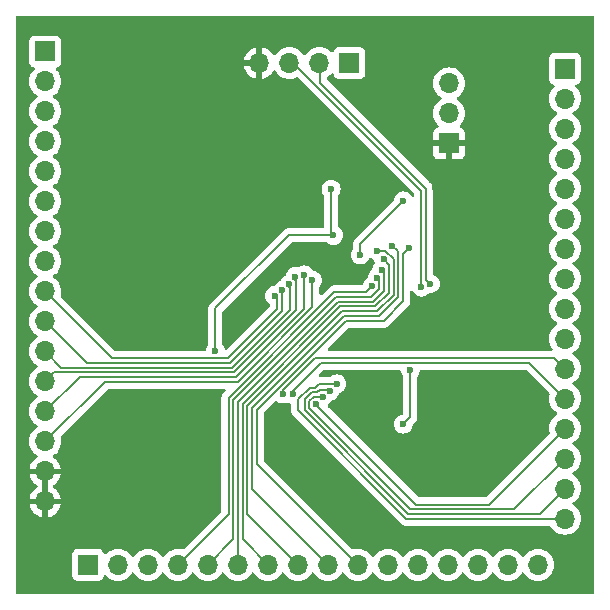
<source format=gbl>
G04 #@! TF.GenerationSoftware,KiCad,Pcbnew,8.0.5*
G04 #@! TF.CreationDate,2024-11-24T11:50:22+01:00*
G04 #@! TF.ProjectId,stm32_template,73746d33-325f-4746-956d-706c6174652e,rev?*
G04 #@! TF.SameCoordinates,Original*
G04 #@! TF.FileFunction,Copper,L2,Bot*
G04 #@! TF.FilePolarity,Positive*
%FSLAX46Y46*%
G04 Gerber Fmt 4.6, Leading zero omitted, Abs format (unit mm)*
G04 Created by KiCad (PCBNEW 8.0.5) date 2024-11-24 11:50:22*
%MOMM*%
%LPD*%
G01*
G04 APERTURE LIST*
G04 #@! TA.AperFunction,ComponentPad*
%ADD10R,1.700000X1.700000*%
G04 #@! TD*
G04 #@! TA.AperFunction,ComponentPad*
%ADD11O,1.700000X1.700000*%
G04 #@! TD*
G04 #@! TA.AperFunction,ViaPad*
%ADD12C,0.600000*%
G04 #@! TD*
G04 #@! TA.AperFunction,Conductor*
%ADD13C,0.200000*%
G04 #@! TD*
G04 APERTURE END LIST*
D10*
X87200000Y-61325000D03*
D11*
X87200000Y-58785000D03*
X87200000Y-56245000D03*
D10*
X78750000Y-54500000D03*
D11*
X76210000Y-54500000D03*
X73670000Y-54500000D03*
X71130000Y-54500000D03*
D10*
X56620000Y-97000000D03*
D11*
X59160000Y-97000000D03*
X61700000Y-97000000D03*
X64240000Y-97000000D03*
X66780000Y-97000000D03*
X69320000Y-97000000D03*
X71860000Y-97000000D03*
X74400000Y-97000000D03*
X76940000Y-97000000D03*
X79480000Y-97000000D03*
X82020000Y-97000000D03*
X84560000Y-97000000D03*
X87100000Y-97000000D03*
X89640000Y-97000000D03*
X92180000Y-97000000D03*
X94720000Y-97000000D03*
D10*
X53000000Y-53543161D03*
D11*
X53000000Y-56083161D03*
X53000000Y-58623161D03*
X53000000Y-61163161D03*
X53000000Y-63703161D03*
X53000000Y-66243161D03*
X53000000Y-68783161D03*
X53000000Y-71323161D03*
X53000000Y-73863161D03*
X53000000Y-76403161D03*
X53000000Y-78943161D03*
X53000000Y-81483161D03*
X53000000Y-84023161D03*
X53000000Y-86563161D03*
X53000000Y-89103161D03*
X53000000Y-91643161D03*
D10*
X97000000Y-55000000D03*
D11*
X97000000Y-57540000D03*
X97000000Y-60080000D03*
X97000000Y-62620000D03*
X97000000Y-65160000D03*
X97000000Y-67700000D03*
X97000000Y-70240000D03*
X97000000Y-72780000D03*
X97000000Y-75320000D03*
X97000000Y-77860000D03*
X97000000Y-80400000D03*
X97000000Y-82940000D03*
X97000000Y-85480000D03*
X97000000Y-88020000D03*
X97000000Y-90560000D03*
X97000000Y-93100000D03*
D12*
X75437500Y-70600000D03*
X61500000Y-54500000D03*
X86000000Y-65000000D03*
X68500000Y-78000000D03*
X67500000Y-66500000D03*
X65500000Y-75300000D03*
X77300000Y-89100000D03*
X85400000Y-81300000D03*
X88250000Y-51750000D03*
X64000000Y-64500000D03*
X72400000Y-85900000D03*
X85400000Y-76500000D03*
X83300000Y-85100000D03*
X77400000Y-69100000D03*
X67400000Y-78900000D03*
X77200000Y-65200000D03*
X83900000Y-80500000D03*
X84852348Y-73484639D03*
X85600000Y-73200000D03*
X79668628Y-70768628D03*
X83308271Y-66200000D03*
X77094460Y-82291003D03*
X76478013Y-82800902D03*
X75956840Y-83407846D03*
X77680244Y-81683715D03*
X73162275Y-82536527D03*
X73961328Y-82575435D03*
X72418841Y-74216758D03*
X74943989Y-72457759D03*
X73672969Y-73232165D03*
X75613235Y-72896068D03*
X74155713Y-72594229D03*
X73087045Y-73776863D03*
X83800000Y-70200000D03*
X82400000Y-69974265D03*
X80700000Y-73400000D03*
X81500000Y-72007178D03*
X81650000Y-71150000D03*
X81100000Y-72700000D03*
X81075735Y-70400000D03*
D13*
X77200000Y-68900000D02*
X77200000Y-65200000D01*
X77400000Y-69100000D02*
X73600000Y-69100000D01*
X73600000Y-69100000D02*
X67400000Y-75300000D01*
X67400000Y-75300000D02*
X67400000Y-78900000D01*
X83900000Y-80500000D02*
X83900000Y-84500000D01*
X83900000Y-84500000D02*
X83300000Y-85100000D01*
X77400000Y-69100000D02*
X77200000Y-68900000D01*
X84852348Y-73484639D02*
X84852348Y-65334429D01*
X74017919Y-54500000D02*
X73670000Y-54500000D01*
X84852348Y-65334429D02*
X74017919Y-54500000D01*
X85600000Y-73200000D02*
X85252348Y-72852348D01*
X76260000Y-54550000D02*
X76210000Y-54500000D01*
X85252348Y-65168743D02*
X76260000Y-56176395D01*
X76260000Y-56176395D02*
X76260000Y-54550000D01*
X85252348Y-72852348D02*
X85252348Y-65168743D01*
X79668628Y-70768628D02*
X79668628Y-69839643D01*
X79668628Y-69839643D02*
X83308271Y-66200000D01*
X76029484Y-82400902D02*
X75549569Y-82400902D01*
X77004359Y-82200902D02*
X76229484Y-82200902D01*
X76229484Y-82200902D02*
X76029484Y-82400902D01*
X77094460Y-82291003D02*
X77004359Y-82200902D01*
X94860000Y-92700000D02*
X97000000Y-90560000D01*
X74956840Y-83922526D02*
X83734314Y-92700000D01*
X74956840Y-82993631D02*
X74956840Y-83922526D01*
X75549569Y-82400902D02*
X74956840Y-82993631D01*
X83734314Y-92700000D02*
X94860000Y-92700000D01*
X92720000Y-92300000D02*
X97000000Y-88020000D01*
X75356840Y-83756840D02*
X83900000Y-92300000D01*
X76478013Y-82800902D02*
X75715255Y-82800902D01*
X75715255Y-82800902D02*
X75356840Y-83159317D01*
X83900000Y-92300000D02*
X92720000Y-92300000D01*
X75356840Y-83159317D02*
X75356840Y-83756840D01*
X84400000Y-91900000D02*
X90580000Y-91900000D01*
X90580000Y-91900000D02*
X97000000Y-85480000D01*
X75956840Y-83456840D02*
X84400000Y-91900000D01*
X75956840Y-83407846D02*
X75956840Y-83456840D01*
X75863799Y-82000902D02*
X75383883Y-82000902D01*
X77680244Y-81683715D02*
X76180986Y-81683715D01*
X74400000Y-82984785D02*
X74400000Y-83931372D01*
X75383883Y-82000902D02*
X74400000Y-82984785D01*
X76180986Y-81683715D02*
X75863799Y-82000902D01*
X74400000Y-83931372D02*
X83568628Y-93100000D01*
X83568628Y-93100000D02*
X97000000Y-93100000D01*
X73162275Y-82191643D02*
X75853918Y-79500000D01*
X75853918Y-79500000D02*
X96100000Y-79500000D01*
X73162275Y-82536527D02*
X73162275Y-82191643D01*
X96100000Y-79500000D02*
X97000000Y-80400000D01*
X93960000Y-79900000D02*
X97000000Y-82940000D01*
X76348530Y-79900000D02*
X93960000Y-79900000D01*
X73961328Y-82575435D02*
X73961328Y-82287202D01*
X73961328Y-82287202D02*
X76348530Y-79900000D01*
X72418841Y-74216758D02*
X72618841Y-74416758D01*
X72618841Y-75381159D02*
X68500000Y-79500000D01*
X58636839Y-79500000D02*
X53000000Y-73863161D01*
X72618841Y-74416758D02*
X72618841Y-75381159D01*
X68500000Y-79500000D02*
X58636839Y-79500000D01*
X74943989Y-75318755D02*
X69162744Y-81100000D01*
X55923161Y-81100000D02*
X53000000Y-84023161D01*
X69162744Y-81100000D02*
X55923161Y-81100000D01*
X74943989Y-72457759D02*
X74943989Y-75318755D01*
X54356839Y-80300000D02*
X53000000Y-78943161D01*
X68831372Y-80300000D02*
X54356839Y-80300000D01*
X73672969Y-73232165D02*
X73531922Y-73373212D01*
X73531922Y-73373212D02*
X73687045Y-73528334D01*
X73687045Y-73528334D02*
X73687045Y-75444327D01*
X73687045Y-75444327D02*
X68831372Y-80300000D01*
X69328430Y-81500000D02*
X58063161Y-81500000D01*
X75613235Y-75215195D02*
X69328430Y-81500000D01*
X58063161Y-81500000D02*
X53000000Y-86563161D01*
X75613235Y-72896068D02*
X75613235Y-75215195D01*
X53783161Y-80700000D02*
X53000000Y-81483161D01*
X74272969Y-72983636D02*
X74272969Y-75424089D01*
X74019637Y-72730305D02*
X74272969Y-72983636D01*
X74272969Y-75424089D02*
X68997058Y-80700000D01*
X68997058Y-80700000D02*
X53783161Y-80700000D01*
X74155713Y-72594229D02*
X74019637Y-72730305D01*
X68665686Y-79900000D02*
X56496839Y-79900000D01*
X73018841Y-75546845D02*
X68665686Y-79900000D01*
X72957260Y-73906648D02*
X73018841Y-73968229D01*
X73018841Y-73968229D02*
X73018841Y-75546845D01*
X73087045Y-73776863D02*
X72957260Y-73906648D01*
X56496839Y-79900000D02*
X53000000Y-76403161D01*
X83300000Y-70700000D02*
X83300000Y-74700000D01*
X83800000Y-70200000D02*
X83300000Y-70700000D01*
X81668628Y-76331372D02*
X78456860Y-76331372D01*
X78456860Y-76331372D02*
X70920000Y-83868232D01*
X83300000Y-74700000D02*
X81668628Y-76331372D01*
X70920000Y-88440000D02*
X79480000Y-97000000D01*
X70920000Y-83868232D02*
X70920000Y-88440000D01*
X82900000Y-74311273D02*
X81279901Y-75931372D01*
X78291174Y-75931372D02*
X70520000Y-83702546D01*
X81279901Y-75931372D02*
X78291174Y-75931372D01*
X70520000Y-83702546D02*
X70520000Y-90580000D01*
X82400000Y-69974265D02*
X82900000Y-70474265D01*
X82900000Y-70474265D02*
X82900000Y-74311273D01*
X70520000Y-90580000D02*
X76940000Y-97000000D01*
X77462744Y-73931372D02*
X80168628Y-73931372D01*
X64240000Y-97000000D02*
X68520000Y-92720000D01*
X68520000Y-82874116D02*
X77462744Y-73931372D01*
X80168628Y-73931372D02*
X80700000Y-73400000D01*
X68520000Y-92720000D02*
X68520000Y-82874116D01*
X77794116Y-74731372D02*
X69320000Y-83205488D01*
X69320000Y-83205488D02*
X69320000Y-97000000D01*
X80782843Y-74731372D02*
X77794116Y-74731372D01*
X81700000Y-72207178D02*
X81700000Y-73814215D01*
X81700000Y-73814215D02*
X80782843Y-74731372D01*
X81500000Y-72007178D02*
X81700000Y-72207178D01*
X82100000Y-71600000D02*
X82100000Y-73979901D01*
X80948529Y-75131372D02*
X77959802Y-75131372D01*
X82100000Y-73979901D02*
X80948529Y-75131372D01*
X77959802Y-75131372D02*
X69720000Y-83371174D01*
X69720000Y-83371174D02*
X69720000Y-94860000D01*
X69720000Y-94860000D02*
X71860000Y-97000000D01*
X81650000Y-71150000D02*
X82100000Y-71600000D01*
X77628430Y-74331372D02*
X68920000Y-83039802D01*
X68920000Y-83039802D02*
X68920000Y-94860000D01*
X80617157Y-74331372D02*
X77628430Y-74331372D01*
X81300000Y-73648529D02*
X80617157Y-74331372D01*
X68920000Y-94860000D02*
X66780000Y-97000000D01*
X81300000Y-72900000D02*
X81300000Y-73648529D01*
X81100000Y-72700000D02*
X81300000Y-72900000D01*
X82500000Y-74145587D02*
X81114215Y-75531372D01*
X81748529Y-70400000D02*
X82500000Y-71151471D01*
X78125488Y-75531372D02*
X70120000Y-83536860D01*
X81114215Y-75531372D02*
X78125488Y-75531372D01*
X81075735Y-70400000D02*
X81748529Y-70400000D01*
X70120000Y-92720000D02*
X74400000Y-97000000D01*
X70120000Y-83536860D02*
X70120000Y-92720000D01*
X82500000Y-71151471D02*
X82500000Y-74145587D01*
G04 #@! TA.AperFunction,Conductor*
G36*
X83050717Y-80520185D02*
G01*
X83096472Y-80572989D01*
X83106898Y-80610617D01*
X83114630Y-80679249D01*
X83174210Y-80849521D01*
X83270185Y-81002263D01*
X83272445Y-81005097D01*
X83273334Y-81007275D01*
X83273889Y-81008158D01*
X83273734Y-81008255D01*
X83298855Y-81069783D01*
X83299500Y-81082412D01*
X83299500Y-84183677D01*
X83279815Y-84250716D01*
X83227011Y-84296471D01*
X83189384Y-84306897D01*
X83120750Y-84314630D01*
X82950478Y-84374210D01*
X82797737Y-84470184D01*
X82670184Y-84597737D01*
X82574211Y-84750476D01*
X82514631Y-84920745D01*
X82514630Y-84920750D01*
X82494435Y-85099996D01*
X82494435Y-85100003D01*
X82514630Y-85279249D01*
X82514631Y-85279254D01*
X82574211Y-85449523D01*
X82621427Y-85524666D01*
X82670184Y-85602262D01*
X82797738Y-85729816D01*
X82950478Y-85825789D01*
X83001825Y-85843756D01*
X83120745Y-85885368D01*
X83120750Y-85885369D01*
X83299996Y-85905565D01*
X83300000Y-85905565D01*
X83300004Y-85905565D01*
X83479249Y-85885369D01*
X83479252Y-85885368D01*
X83479255Y-85885368D01*
X83649522Y-85825789D01*
X83802262Y-85729816D01*
X83929816Y-85602262D01*
X84025789Y-85449522D01*
X84085368Y-85279255D01*
X84095161Y-85192329D01*
X84122226Y-85127918D01*
X84130690Y-85118543D01*
X84258506Y-84990728D01*
X84258511Y-84990724D01*
X84268714Y-84980520D01*
X84268716Y-84980520D01*
X84380520Y-84868716D01*
X84448784Y-84750478D01*
X84459577Y-84731785D01*
X84500500Y-84579057D01*
X84500500Y-84420943D01*
X84500500Y-81082412D01*
X84520185Y-81015373D01*
X84527555Y-81005097D01*
X84529810Y-81002267D01*
X84529816Y-81002262D01*
X84625789Y-80849522D01*
X84685368Y-80679255D01*
X84690309Y-80635408D01*
X84693102Y-80610617D01*
X84720168Y-80546203D01*
X84777763Y-80506648D01*
X84816322Y-80500500D01*
X93659903Y-80500500D01*
X93726942Y-80520185D01*
X93747584Y-80536819D01*
X95667233Y-82456468D01*
X95700718Y-82517791D01*
X95699327Y-82576241D01*
X95664939Y-82704583D01*
X95664936Y-82704596D01*
X95644341Y-82939999D01*
X95644341Y-82940000D01*
X95664936Y-83175403D01*
X95664938Y-83175413D01*
X95726094Y-83403655D01*
X95726096Y-83403659D01*
X95726097Y-83403663D01*
X95764815Y-83486693D01*
X95825965Y-83617830D01*
X95825967Y-83617834D01*
X95855075Y-83659404D01*
X95944946Y-83787753D01*
X95961501Y-83811395D01*
X95961506Y-83811402D01*
X96128597Y-83978493D01*
X96128603Y-83978498D01*
X96314158Y-84108425D01*
X96357783Y-84163002D01*
X96364977Y-84232500D01*
X96333454Y-84294855D01*
X96314158Y-84311575D01*
X96128597Y-84441505D01*
X95961505Y-84608597D01*
X95825965Y-84802169D01*
X95825964Y-84802171D01*
X95726098Y-85016335D01*
X95726094Y-85016344D01*
X95664938Y-85244586D01*
X95664936Y-85244596D01*
X95644341Y-85479999D01*
X95644341Y-85480000D01*
X95664936Y-85715403D01*
X95664938Y-85715413D01*
X95699327Y-85843756D01*
X95697664Y-85913606D01*
X95667233Y-85963530D01*
X90367584Y-91263181D01*
X90306261Y-91296666D01*
X90279903Y-91299500D01*
X84700097Y-91299500D01*
X84633058Y-91279815D01*
X84612416Y-91263181D01*
X76966943Y-83617708D01*
X76933458Y-83556385D01*
X76938442Y-83486693D01*
X76975413Y-83435706D01*
X76975350Y-83435643D01*
X76975745Y-83435247D01*
X76977326Y-83433068D01*
X76980264Y-83430724D01*
X76980275Y-83430718D01*
X77107829Y-83303164D01*
X77203802Y-83150424D01*
X77203847Y-83150293D01*
X77203900Y-83150220D01*
X77206823Y-83144151D01*
X77207885Y-83144662D01*
X77244560Y-83093515D01*
X77279939Y-83074193D01*
X77286498Y-83071898D01*
X77443982Y-83016792D01*
X77596722Y-82920819D01*
X77724276Y-82793265D01*
X77820249Y-82640525D01*
X77863410Y-82517176D01*
X77904132Y-82460401D01*
X77939496Y-82441090D01*
X78029766Y-82409504D01*
X78182506Y-82313531D01*
X78310060Y-82185977D01*
X78406033Y-82033237D01*
X78465612Y-81862970D01*
X78467958Y-81842147D01*
X78485809Y-81683718D01*
X78485809Y-81683711D01*
X78465613Y-81504465D01*
X78465612Y-81504460D01*
X78406032Y-81334191D01*
X78310059Y-81181452D01*
X78182506Y-81053899D01*
X78029767Y-80957926D01*
X77859498Y-80898346D01*
X77859493Y-80898345D01*
X77680248Y-80878150D01*
X77680240Y-80878150D01*
X77500994Y-80898345D01*
X77500989Y-80898346D01*
X77330720Y-80957926D01*
X77177980Y-81053900D01*
X77175147Y-81056160D01*
X77172968Y-81057049D01*
X77172086Y-81057604D01*
X77171988Y-81057449D01*
X77110461Y-81082570D01*
X77097832Y-81083215D01*
X76313911Y-81083215D01*
X76246872Y-81063530D01*
X76201117Y-81010726D01*
X76191173Y-80941568D01*
X76220198Y-80878012D01*
X76226230Y-80871534D01*
X76292433Y-80805332D01*
X76560946Y-80536819D01*
X76622269Y-80503334D01*
X76648627Y-80500500D01*
X82983678Y-80500500D01*
X83050717Y-80520185D01*
G37*
G04 #@! TD.AperFunction*
G04 #@! TA.AperFunction,Conductor*
G36*
X53250000Y-91210149D02*
G01*
X53192993Y-91177236D01*
X53065826Y-91143161D01*
X52934174Y-91143161D01*
X52807007Y-91177236D01*
X52750000Y-91210149D01*
X52750000Y-89536173D01*
X52807007Y-89569086D01*
X52934174Y-89603161D01*
X53065826Y-89603161D01*
X53192993Y-89569086D01*
X53250000Y-89536173D01*
X53250000Y-91210149D01*
G37*
G04 #@! TD.AperFunction*
G04 #@! TA.AperFunction,Conductor*
G36*
X99442539Y-50520185D02*
G01*
X99488294Y-50572989D01*
X99499500Y-50624500D01*
X99499500Y-99375500D01*
X99479815Y-99442539D01*
X99427011Y-99488294D01*
X99375500Y-99499500D01*
X50624500Y-99499500D01*
X50557461Y-99479815D01*
X50511706Y-99427011D01*
X50500500Y-99375500D01*
X50500500Y-56083160D01*
X51644341Y-56083160D01*
X51644341Y-56083161D01*
X51664936Y-56318564D01*
X51664938Y-56318574D01*
X51726094Y-56546816D01*
X51726096Y-56546820D01*
X51726097Y-56546824D01*
X51825965Y-56760991D01*
X51825967Y-56760995D01*
X51961501Y-56954556D01*
X51961506Y-56954563D01*
X52128597Y-57121654D01*
X52128603Y-57121659D01*
X52314158Y-57251586D01*
X52357783Y-57306163D01*
X52364977Y-57375661D01*
X52333454Y-57438016D01*
X52314158Y-57454736D01*
X52128597Y-57584666D01*
X51961505Y-57751758D01*
X51825965Y-57945330D01*
X51825964Y-57945332D01*
X51726098Y-58159496D01*
X51726094Y-58159505D01*
X51664938Y-58387747D01*
X51664936Y-58387757D01*
X51644341Y-58623160D01*
X51644341Y-58623161D01*
X51664936Y-58858564D01*
X51664938Y-58858574D01*
X51726094Y-59086816D01*
X51726096Y-59086820D01*
X51726097Y-59086824D01*
X51825965Y-59300991D01*
X51825967Y-59300995D01*
X51961501Y-59494556D01*
X51961506Y-59494563D01*
X52128597Y-59661654D01*
X52128603Y-59661659D01*
X52314158Y-59791586D01*
X52357783Y-59846163D01*
X52364977Y-59915661D01*
X52333454Y-59978016D01*
X52314158Y-59994736D01*
X52128597Y-60124666D01*
X51961505Y-60291758D01*
X51825965Y-60485330D01*
X51825964Y-60485332D01*
X51726098Y-60699496D01*
X51726094Y-60699505D01*
X51664938Y-60927747D01*
X51664936Y-60927757D01*
X51644341Y-61163160D01*
X51644341Y-61163161D01*
X51664936Y-61398564D01*
X51664938Y-61398574D01*
X51726094Y-61626816D01*
X51726096Y-61626820D01*
X51726097Y-61626824D01*
X51728514Y-61632007D01*
X51825965Y-61840991D01*
X51825967Y-61840995D01*
X51961501Y-62034556D01*
X51961506Y-62034563D01*
X52128597Y-62201654D01*
X52128603Y-62201659D01*
X52314158Y-62331586D01*
X52357783Y-62386163D01*
X52364977Y-62455661D01*
X52333454Y-62518016D01*
X52314158Y-62534736D01*
X52128597Y-62664666D01*
X51961505Y-62831758D01*
X51825965Y-63025330D01*
X51825964Y-63025332D01*
X51726098Y-63239496D01*
X51726094Y-63239505D01*
X51664938Y-63467747D01*
X51664936Y-63467757D01*
X51644341Y-63703160D01*
X51644341Y-63703161D01*
X51664936Y-63938564D01*
X51664938Y-63938574D01*
X51726094Y-64166816D01*
X51726096Y-64166820D01*
X51726097Y-64166824D01*
X51782881Y-64288597D01*
X51825965Y-64380991D01*
X51825967Y-64380995D01*
X51896812Y-64482171D01*
X51958439Y-64570184D01*
X51961501Y-64574556D01*
X51961506Y-64574563D01*
X52128597Y-64741654D01*
X52128603Y-64741659D01*
X52314158Y-64871586D01*
X52357783Y-64926163D01*
X52364977Y-64995661D01*
X52333454Y-65058016D01*
X52314158Y-65074736D01*
X52128597Y-65204666D01*
X51961505Y-65371758D01*
X51825965Y-65565330D01*
X51825964Y-65565332D01*
X51726098Y-65779496D01*
X51726094Y-65779505D01*
X51664938Y-66007747D01*
X51664936Y-66007757D01*
X51644341Y-66243160D01*
X51644341Y-66243161D01*
X51664936Y-66478564D01*
X51664938Y-66478574D01*
X51726094Y-66706816D01*
X51726096Y-66706820D01*
X51726097Y-66706824D01*
X51825965Y-66920991D01*
X51825967Y-66920995D01*
X51961501Y-67114556D01*
X51961506Y-67114563D01*
X52128597Y-67281654D01*
X52128603Y-67281659D01*
X52314158Y-67411586D01*
X52357783Y-67466163D01*
X52364977Y-67535661D01*
X52333454Y-67598016D01*
X52314158Y-67614736D01*
X52128597Y-67744666D01*
X51961505Y-67911758D01*
X51825965Y-68105330D01*
X51825964Y-68105332D01*
X51726098Y-68319496D01*
X51726094Y-68319505D01*
X51664938Y-68547747D01*
X51664936Y-68547757D01*
X51644341Y-68783160D01*
X51644341Y-68783161D01*
X51664936Y-69018564D01*
X51664938Y-69018574D01*
X51726094Y-69246816D01*
X51726096Y-69246820D01*
X51726097Y-69246824D01*
X51804347Y-69414631D01*
X51825965Y-69460991D01*
X51825967Y-69460995D01*
X51919422Y-69594461D01*
X51940625Y-69624743D01*
X51961501Y-69654556D01*
X51961506Y-69654563D01*
X52128597Y-69821654D01*
X52128603Y-69821659D01*
X52314158Y-69951586D01*
X52357783Y-70006163D01*
X52364977Y-70075661D01*
X52333454Y-70138016D01*
X52314158Y-70154736D01*
X52128597Y-70284666D01*
X51961505Y-70451758D01*
X51825965Y-70645330D01*
X51825964Y-70645332D01*
X51726098Y-70859496D01*
X51726094Y-70859505D01*
X51664938Y-71087747D01*
X51664936Y-71087757D01*
X51644341Y-71323160D01*
X51644341Y-71323161D01*
X51664936Y-71558564D01*
X51664938Y-71558574D01*
X51726094Y-71786816D01*
X51726096Y-71786820D01*
X51726097Y-71786824D01*
X51782881Y-71908597D01*
X51825965Y-72000991D01*
X51825967Y-72000995D01*
X51961501Y-72194556D01*
X51961506Y-72194563D01*
X52128597Y-72361654D01*
X52128603Y-72361659D01*
X52314158Y-72491586D01*
X52357783Y-72546163D01*
X52364977Y-72615661D01*
X52333454Y-72678016D01*
X52314158Y-72694736D01*
X52128597Y-72824666D01*
X51961505Y-72991758D01*
X51825965Y-73185330D01*
X51825964Y-73185332D01*
X51726098Y-73399496D01*
X51726094Y-73399505D01*
X51664938Y-73627747D01*
X51664936Y-73627757D01*
X51644341Y-73863160D01*
X51644341Y-73863161D01*
X51664936Y-74098564D01*
X51664938Y-74098574D01*
X51726094Y-74326816D01*
X51726096Y-74326820D01*
X51726097Y-74326824D01*
X51782881Y-74448597D01*
X51825965Y-74540991D01*
X51825967Y-74540995D01*
X51961501Y-74734556D01*
X51961506Y-74734563D01*
X52128597Y-74901654D01*
X52128603Y-74901659D01*
X52314158Y-75031586D01*
X52357783Y-75086163D01*
X52364977Y-75155661D01*
X52333454Y-75218016D01*
X52314158Y-75234736D01*
X52128597Y-75364666D01*
X51961505Y-75531758D01*
X51825965Y-75725330D01*
X51825964Y-75725332D01*
X51726098Y-75939496D01*
X51726094Y-75939505D01*
X51664938Y-76167747D01*
X51664936Y-76167757D01*
X51644341Y-76403160D01*
X51644341Y-76403161D01*
X51664936Y-76638564D01*
X51664938Y-76638574D01*
X51726094Y-76866816D01*
X51726096Y-76866820D01*
X51726097Y-76866824D01*
X51782881Y-76988597D01*
X51825965Y-77080991D01*
X51825967Y-77080995D01*
X51961501Y-77274556D01*
X51961506Y-77274563D01*
X52128597Y-77441654D01*
X52128603Y-77441659D01*
X52314158Y-77571586D01*
X52357783Y-77626163D01*
X52364977Y-77695661D01*
X52333454Y-77758016D01*
X52314158Y-77774736D01*
X52128597Y-77904666D01*
X51961505Y-78071758D01*
X51825965Y-78265330D01*
X51825964Y-78265332D01*
X51726098Y-78479496D01*
X51726094Y-78479505D01*
X51664938Y-78707747D01*
X51664936Y-78707757D01*
X51644341Y-78943160D01*
X51644341Y-78943161D01*
X51664936Y-79178564D01*
X51664938Y-79178574D01*
X51726094Y-79406816D01*
X51726096Y-79406820D01*
X51726097Y-79406824D01*
X51735362Y-79426692D01*
X51825965Y-79620991D01*
X51825967Y-79620995D01*
X51961501Y-79814556D01*
X51961506Y-79814563D01*
X52128597Y-79981654D01*
X52128603Y-79981659D01*
X52314158Y-80111586D01*
X52357783Y-80166163D01*
X52364977Y-80235661D01*
X52333454Y-80298016D01*
X52314158Y-80314736D01*
X52128597Y-80444666D01*
X51961505Y-80611758D01*
X51825965Y-80805330D01*
X51825964Y-80805332D01*
X51734134Y-81002262D01*
X51730188Y-81010726D01*
X51726098Y-81019496D01*
X51726094Y-81019505D01*
X51664938Y-81247747D01*
X51664936Y-81247757D01*
X51644341Y-81483160D01*
X51644341Y-81483161D01*
X51664936Y-81718564D01*
X51664938Y-81718574D01*
X51726094Y-81946816D01*
X51726096Y-81946820D01*
X51726097Y-81946824D01*
X51766392Y-82033237D01*
X51825965Y-82160991D01*
X51825967Y-82160995D01*
X51961501Y-82354556D01*
X51961506Y-82354563D01*
X52128597Y-82521654D01*
X52128603Y-82521659D01*
X52314158Y-82651586D01*
X52357783Y-82706163D01*
X52364977Y-82775661D01*
X52333454Y-82838016D01*
X52314158Y-82854736D01*
X52128597Y-82984666D01*
X51961505Y-83151758D01*
X51825965Y-83345330D01*
X51825964Y-83345332D01*
X51726098Y-83559496D01*
X51726094Y-83559505D01*
X51664938Y-83787747D01*
X51664936Y-83787757D01*
X51644341Y-84023160D01*
X51644341Y-84023161D01*
X51664936Y-84258564D01*
X51664938Y-84258574D01*
X51726094Y-84486816D01*
X51726096Y-84486820D01*
X51726097Y-84486824D01*
X51769105Y-84579055D01*
X51825965Y-84700991D01*
X51825967Y-84700995D01*
X51961501Y-84894556D01*
X51961506Y-84894563D01*
X52128597Y-85061654D01*
X52128603Y-85061659D01*
X52314158Y-85191586D01*
X52357783Y-85246163D01*
X52364977Y-85315661D01*
X52333454Y-85378016D01*
X52314158Y-85394736D01*
X52128597Y-85524666D01*
X51961505Y-85691758D01*
X51825965Y-85885330D01*
X51825964Y-85885332D01*
X51726098Y-86099496D01*
X51726094Y-86099505D01*
X51664938Y-86327747D01*
X51664936Y-86327757D01*
X51644341Y-86563160D01*
X51644341Y-86563161D01*
X51664936Y-86798564D01*
X51664938Y-86798574D01*
X51726094Y-87026816D01*
X51726096Y-87026820D01*
X51726097Y-87026824D01*
X51782881Y-87148597D01*
X51825965Y-87240991D01*
X51825967Y-87240995D01*
X51961501Y-87434556D01*
X51961506Y-87434563D01*
X52128597Y-87601654D01*
X52128603Y-87601659D01*
X52314594Y-87731891D01*
X52358219Y-87786468D01*
X52365413Y-87855966D01*
X52333890Y-87918321D01*
X52314595Y-87935041D01*
X52128922Y-88065051D01*
X52128920Y-88065052D01*
X51961891Y-88232081D01*
X51961886Y-88232087D01*
X51826400Y-88425581D01*
X51826399Y-88425583D01*
X51726570Y-88639668D01*
X51726567Y-88639674D01*
X51669364Y-88853160D01*
X51669364Y-88853161D01*
X52566988Y-88853161D01*
X52534075Y-88910168D01*
X52500000Y-89037335D01*
X52500000Y-89168987D01*
X52534075Y-89296154D01*
X52566988Y-89353161D01*
X51669364Y-89353161D01*
X51726567Y-89566647D01*
X51726570Y-89566653D01*
X51826399Y-89780739D01*
X51961894Y-89974243D01*
X52128917Y-90141266D01*
X52315031Y-90271586D01*
X52358656Y-90326164D01*
X52365848Y-90395662D01*
X52334326Y-90458017D01*
X52315031Y-90474736D01*
X52128922Y-90605051D01*
X52128920Y-90605052D01*
X51961891Y-90772081D01*
X51961886Y-90772087D01*
X51826400Y-90965581D01*
X51826399Y-90965583D01*
X51726570Y-91179668D01*
X51726567Y-91179674D01*
X51669364Y-91393160D01*
X51669364Y-91393161D01*
X52566988Y-91393161D01*
X52534075Y-91450168D01*
X52500000Y-91577335D01*
X52500000Y-91708987D01*
X52534075Y-91836154D01*
X52566988Y-91893161D01*
X51669364Y-91893161D01*
X51726567Y-92106647D01*
X51726570Y-92106653D01*
X51826399Y-92320739D01*
X51961894Y-92514243D01*
X52128917Y-92681266D01*
X52322421Y-92816761D01*
X52536507Y-92916590D01*
X52536516Y-92916594D01*
X52750000Y-92973795D01*
X52750000Y-92076173D01*
X52807007Y-92109086D01*
X52934174Y-92143161D01*
X53065826Y-92143161D01*
X53192993Y-92109086D01*
X53250000Y-92076173D01*
X53250000Y-92973794D01*
X53463483Y-92916594D01*
X53463492Y-92916590D01*
X53677578Y-92816761D01*
X53871082Y-92681266D01*
X54038105Y-92514243D01*
X54173600Y-92320739D01*
X54273429Y-92106653D01*
X54273432Y-92106647D01*
X54330636Y-91893161D01*
X53433012Y-91893161D01*
X53465925Y-91836154D01*
X53500000Y-91708987D01*
X53500000Y-91577335D01*
X53465925Y-91450168D01*
X53433012Y-91393161D01*
X54330636Y-91393161D01*
X54330635Y-91393160D01*
X54273432Y-91179674D01*
X54273429Y-91179668D01*
X54173600Y-90965583D01*
X54173599Y-90965581D01*
X54038113Y-90772087D01*
X54038108Y-90772081D01*
X53871082Y-90605055D01*
X53684968Y-90474736D01*
X53641344Y-90420159D01*
X53634151Y-90350660D01*
X53665673Y-90288306D01*
X53684968Y-90271586D01*
X53871082Y-90141266D01*
X54038105Y-89974243D01*
X54173600Y-89780739D01*
X54273429Y-89566653D01*
X54273432Y-89566647D01*
X54330636Y-89353161D01*
X53433012Y-89353161D01*
X53465925Y-89296154D01*
X53500000Y-89168987D01*
X53500000Y-89037335D01*
X53465925Y-88910168D01*
X53433012Y-88853161D01*
X54330636Y-88853161D01*
X54330635Y-88853160D01*
X54273432Y-88639674D01*
X54273429Y-88639668D01*
X54173600Y-88425583D01*
X54173599Y-88425581D01*
X54038113Y-88232087D01*
X54038108Y-88232081D01*
X53871078Y-88065051D01*
X53685405Y-87935040D01*
X53641780Y-87880463D01*
X53634588Y-87810965D01*
X53666110Y-87748610D01*
X53685406Y-87731891D01*
X53844820Y-87620268D01*
X53871401Y-87601656D01*
X54038495Y-87434562D01*
X54174035Y-87240991D01*
X54273903Y-87026824D01*
X54335063Y-86798569D01*
X54355659Y-86563161D01*
X54335063Y-86327753D01*
X54300671Y-86199400D01*
X54302334Y-86129554D01*
X54332763Y-86079631D01*
X58275577Y-82136819D01*
X58336900Y-82103334D01*
X58363258Y-82100500D01*
X68145018Y-82100500D01*
X68212057Y-82120185D01*
X68257812Y-82172989D01*
X68267756Y-82242147D01*
X68238731Y-82305703D01*
X68232699Y-82312181D01*
X68039481Y-82505398D01*
X68039477Y-82505403D01*
X68002693Y-82569117D01*
X67960424Y-82642327D01*
X67960423Y-82642328D01*
X67943740Y-82704592D01*
X67919499Y-82795059D01*
X67919499Y-82795061D01*
X67919499Y-82963162D01*
X67919500Y-82963175D01*
X67919500Y-92419902D01*
X67899815Y-92486941D01*
X67883181Y-92507583D01*
X64723530Y-95667233D01*
X64662207Y-95700718D01*
X64603756Y-95699327D01*
X64475413Y-95664938D01*
X64475403Y-95664936D01*
X64240001Y-95644341D01*
X64239999Y-95644341D01*
X64004596Y-95664936D01*
X64004586Y-95664938D01*
X63776344Y-95726094D01*
X63776335Y-95726098D01*
X63562171Y-95825964D01*
X63562169Y-95825965D01*
X63368597Y-95961505D01*
X63201505Y-96128597D01*
X63071575Y-96314158D01*
X63016998Y-96357783D01*
X62947500Y-96364977D01*
X62885145Y-96333454D01*
X62868425Y-96314158D01*
X62738494Y-96128597D01*
X62571402Y-95961506D01*
X62571395Y-95961501D01*
X62377834Y-95825967D01*
X62377830Y-95825965D01*
X62377828Y-95825964D01*
X62163663Y-95726097D01*
X62163659Y-95726096D01*
X62163655Y-95726094D01*
X61935413Y-95664938D01*
X61935403Y-95664936D01*
X61700001Y-95644341D01*
X61699999Y-95644341D01*
X61464596Y-95664936D01*
X61464586Y-95664938D01*
X61236344Y-95726094D01*
X61236335Y-95726098D01*
X61022171Y-95825964D01*
X61022169Y-95825965D01*
X60828597Y-95961505D01*
X60661505Y-96128597D01*
X60531575Y-96314158D01*
X60476998Y-96357783D01*
X60407500Y-96364977D01*
X60345145Y-96333454D01*
X60328425Y-96314158D01*
X60198494Y-96128597D01*
X60031402Y-95961506D01*
X60031395Y-95961501D01*
X59837834Y-95825967D01*
X59837830Y-95825965D01*
X59837828Y-95825964D01*
X59623663Y-95726097D01*
X59623659Y-95726096D01*
X59623655Y-95726094D01*
X59395413Y-95664938D01*
X59395403Y-95664936D01*
X59160001Y-95644341D01*
X59159999Y-95644341D01*
X58924596Y-95664936D01*
X58924586Y-95664938D01*
X58696344Y-95726094D01*
X58696335Y-95726098D01*
X58482171Y-95825964D01*
X58482169Y-95825965D01*
X58288600Y-95961503D01*
X58166673Y-96083430D01*
X58105350Y-96116914D01*
X58035658Y-96111930D01*
X57979725Y-96070058D01*
X57962810Y-96039081D01*
X57913797Y-95907671D01*
X57913793Y-95907664D01*
X57827547Y-95792455D01*
X57827544Y-95792452D01*
X57712335Y-95706206D01*
X57712328Y-95706202D01*
X57577482Y-95655908D01*
X57577483Y-95655908D01*
X57517883Y-95649501D01*
X57517881Y-95649500D01*
X57517873Y-95649500D01*
X57517864Y-95649500D01*
X55722129Y-95649500D01*
X55722123Y-95649501D01*
X55662516Y-95655908D01*
X55527671Y-95706202D01*
X55527664Y-95706206D01*
X55412455Y-95792452D01*
X55412452Y-95792455D01*
X55326206Y-95907664D01*
X55326202Y-95907671D01*
X55275908Y-96042517D01*
X55269501Y-96102116D01*
X55269500Y-96102135D01*
X55269500Y-97897870D01*
X55269501Y-97897876D01*
X55275908Y-97957483D01*
X55326202Y-98092328D01*
X55326206Y-98092335D01*
X55412452Y-98207544D01*
X55412455Y-98207547D01*
X55527664Y-98293793D01*
X55527671Y-98293797D01*
X55662517Y-98344091D01*
X55662516Y-98344091D01*
X55669444Y-98344835D01*
X55722127Y-98350500D01*
X57517872Y-98350499D01*
X57577483Y-98344091D01*
X57712331Y-98293796D01*
X57827546Y-98207546D01*
X57913796Y-98092331D01*
X57962810Y-97960916D01*
X58004681Y-97904984D01*
X58070145Y-97880566D01*
X58138418Y-97895417D01*
X58166673Y-97916569D01*
X58288599Y-98038495D01*
X58385384Y-98106265D01*
X58482165Y-98174032D01*
X58482167Y-98174033D01*
X58482170Y-98174035D01*
X58696337Y-98273903D01*
X58924592Y-98335063D01*
X59101034Y-98350500D01*
X59159999Y-98355659D01*
X59160000Y-98355659D01*
X59160001Y-98355659D01*
X59218966Y-98350500D01*
X59395408Y-98335063D01*
X59623663Y-98273903D01*
X59837830Y-98174035D01*
X60031401Y-98038495D01*
X60198495Y-97871401D01*
X60328425Y-97685842D01*
X60383002Y-97642217D01*
X60452500Y-97635023D01*
X60514855Y-97666546D01*
X60531575Y-97685842D01*
X60661500Y-97871395D01*
X60661505Y-97871401D01*
X60828599Y-98038495D01*
X60925384Y-98106265D01*
X61022165Y-98174032D01*
X61022167Y-98174033D01*
X61022170Y-98174035D01*
X61236337Y-98273903D01*
X61464592Y-98335063D01*
X61641034Y-98350500D01*
X61699999Y-98355659D01*
X61700000Y-98355659D01*
X61700001Y-98355659D01*
X61758966Y-98350500D01*
X61935408Y-98335063D01*
X62163663Y-98273903D01*
X62377830Y-98174035D01*
X62571401Y-98038495D01*
X62738495Y-97871401D01*
X62868425Y-97685842D01*
X62923002Y-97642217D01*
X62992500Y-97635023D01*
X63054855Y-97666546D01*
X63071575Y-97685842D01*
X63201500Y-97871395D01*
X63201505Y-97871401D01*
X63368599Y-98038495D01*
X63465384Y-98106265D01*
X63562165Y-98174032D01*
X63562167Y-98174033D01*
X63562170Y-98174035D01*
X63776337Y-98273903D01*
X64004592Y-98335063D01*
X64181034Y-98350500D01*
X64239999Y-98355659D01*
X64240000Y-98355659D01*
X64240001Y-98355659D01*
X64298966Y-98350500D01*
X64475408Y-98335063D01*
X64703663Y-98273903D01*
X64917830Y-98174035D01*
X65111401Y-98038495D01*
X65278495Y-97871401D01*
X65408425Y-97685842D01*
X65463002Y-97642217D01*
X65532500Y-97635023D01*
X65594855Y-97666546D01*
X65611575Y-97685842D01*
X65741500Y-97871395D01*
X65741505Y-97871401D01*
X65908599Y-98038495D01*
X66005384Y-98106265D01*
X66102165Y-98174032D01*
X66102167Y-98174033D01*
X66102170Y-98174035D01*
X66316337Y-98273903D01*
X66544592Y-98335063D01*
X66721034Y-98350500D01*
X66779999Y-98355659D01*
X66780000Y-98355659D01*
X66780001Y-98355659D01*
X66838966Y-98350500D01*
X67015408Y-98335063D01*
X67243663Y-98273903D01*
X67457830Y-98174035D01*
X67651401Y-98038495D01*
X67818495Y-97871401D01*
X67948425Y-97685842D01*
X68003002Y-97642217D01*
X68072500Y-97635023D01*
X68134855Y-97666546D01*
X68151575Y-97685842D01*
X68281500Y-97871395D01*
X68281505Y-97871401D01*
X68448599Y-98038495D01*
X68545384Y-98106265D01*
X68642165Y-98174032D01*
X68642167Y-98174033D01*
X68642170Y-98174035D01*
X68856337Y-98273903D01*
X69084592Y-98335063D01*
X69261034Y-98350500D01*
X69319999Y-98355659D01*
X69320000Y-98355659D01*
X69320001Y-98355659D01*
X69378966Y-98350500D01*
X69555408Y-98335063D01*
X69783663Y-98273903D01*
X69997830Y-98174035D01*
X70191401Y-98038495D01*
X70358495Y-97871401D01*
X70488425Y-97685842D01*
X70543002Y-97642217D01*
X70612500Y-97635023D01*
X70674855Y-97666546D01*
X70691575Y-97685842D01*
X70821500Y-97871395D01*
X70821505Y-97871401D01*
X70988599Y-98038495D01*
X71085384Y-98106265D01*
X71182165Y-98174032D01*
X71182167Y-98174033D01*
X71182170Y-98174035D01*
X71396337Y-98273903D01*
X71624592Y-98335063D01*
X71801034Y-98350500D01*
X71859999Y-98355659D01*
X71860000Y-98355659D01*
X71860001Y-98355659D01*
X71918966Y-98350500D01*
X72095408Y-98335063D01*
X72323663Y-98273903D01*
X72537830Y-98174035D01*
X72731401Y-98038495D01*
X72898495Y-97871401D01*
X73028425Y-97685842D01*
X73083002Y-97642217D01*
X73152500Y-97635023D01*
X73214855Y-97666546D01*
X73231575Y-97685842D01*
X73361500Y-97871395D01*
X73361505Y-97871401D01*
X73528599Y-98038495D01*
X73625384Y-98106265D01*
X73722165Y-98174032D01*
X73722167Y-98174033D01*
X73722170Y-98174035D01*
X73936337Y-98273903D01*
X74164592Y-98335063D01*
X74341034Y-98350500D01*
X74399999Y-98355659D01*
X74400000Y-98355659D01*
X74400001Y-98355659D01*
X74458966Y-98350500D01*
X74635408Y-98335063D01*
X74863663Y-98273903D01*
X75077830Y-98174035D01*
X75271401Y-98038495D01*
X75438495Y-97871401D01*
X75568425Y-97685842D01*
X75623002Y-97642217D01*
X75692500Y-97635023D01*
X75754855Y-97666546D01*
X75771575Y-97685842D01*
X75901500Y-97871395D01*
X75901505Y-97871401D01*
X76068599Y-98038495D01*
X76165384Y-98106265D01*
X76262165Y-98174032D01*
X76262167Y-98174033D01*
X76262170Y-98174035D01*
X76476337Y-98273903D01*
X76704592Y-98335063D01*
X76881034Y-98350500D01*
X76939999Y-98355659D01*
X76940000Y-98355659D01*
X76940001Y-98355659D01*
X76998966Y-98350500D01*
X77175408Y-98335063D01*
X77403663Y-98273903D01*
X77617830Y-98174035D01*
X77811401Y-98038495D01*
X77978495Y-97871401D01*
X78108425Y-97685842D01*
X78163002Y-97642217D01*
X78232500Y-97635023D01*
X78294855Y-97666546D01*
X78311575Y-97685842D01*
X78441500Y-97871395D01*
X78441505Y-97871401D01*
X78608599Y-98038495D01*
X78705384Y-98106265D01*
X78802165Y-98174032D01*
X78802167Y-98174033D01*
X78802170Y-98174035D01*
X79016337Y-98273903D01*
X79244592Y-98335063D01*
X79421034Y-98350500D01*
X79479999Y-98355659D01*
X79480000Y-98355659D01*
X79480001Y-98355659D01*
X79538966Y-98350500D01*
X79715408Y-98335063D01*
X79943663Y-98273903D01*
X80157830Y-98174035D01*
X80351401Y-98038495D01*
X80518495Y-97871401D01*
X80648425Y-97685842D01*
X80703002Y-97642217D01*
X80772500Y-97635023D01*
X80834855Y-97666546D01*
X80851575Y-97685842D01*
X80981500Y-97871395D01*
X80981505Y-97871401D01*
X81148599Y-98038495D01*
X81245384Y-98106265D01*
X81342165Y-98174032D01*
X81342167Y-98174033D01*
X81342170Y-98174035D01*
X81556337Y-98273903D01*
X81784592Y-98335063D01*
X81961034Y-98350500D01*
X82019999Y-98355659D01*
X82020000Y-98355659D01*
X82020001Y-98355659D01*
X82078966Y-98350500D01*
X82255408Y-98335063D01*
X82483663Y-98273903D01*
X82697830Y-98174035D01*
X82891401Y-98038495D01*
X83058495Y-97871401D01*
X83188425Y-97685842D01*
X83243002Y-97642217D01*
X83312500Y-97635023D01*
X83374855Y-97666546D01*
X83391575Y-97685842D01*
X83521500Y-97871395D01*
X83521505Y-97871401D01*
X83688599Y-98038495D01*
X83785384Y-98106265D01*
X83882165Y-98174032D01*
X83882167Y-98174033D01*
X83882170Y-98174035D01*
X84096337Y-98273903D01*
X84324592Y-98335063D01*
X84501034Y-98350500D01*
X84559999Y-98355659D01*
X84560000Y-98355659D01*
X84560001Y-98355659D01*
X84618966Y-98350500D01*
X84795408Y-98335063D01*
X85023663Y-98273903D01*
X85237830Y-98174035D01*
X85431401Y-98038495D01*
X85598495Y-97871401D01*
X85728425Y-97685842D01*
X85783002Y-97642217D01*
X85852500Y-97635023D01*
X85914855Y-97666546D01*
X85931575Y-97685842D01*
X86061500Y-97871395D01*
X86061505Y-97871401D01*
X86228599Y-98038495D01*
X86325384Y-98106265D01*
X86422165Y-98174032D01*
X86422167Y-98174033D01*
X86422170Y-98174035D01*
X86636337Y-98273903D01*
X86864592Y-98335063D01*
X87041034Y-98350500D01*
X87099999Y-98355659D01*
X87100000Y-98355659D01*
X87100001Y-98355659D01*
X87158966Y-98350500D01*
X87335408Y-98335063D01*
X87563663Y-98273903D01*
X87777830Y-98174035D01*
X87971401Y-98038495D01*
X88138495Y-97871401D01*
X88268425Y-97685842D01*
X88323002Y-97642217D01*
X88392500Y-97635023D01*
X88454855Y-97666546D01*
X88471575Y-97685842D01*
X88601500Y-97871395D01*
X88601505Y-97871401D01*
X88768599Y-98038495D01*
X88865384Y-98106265D01*
X88962165Y-98174032D01*
X88962167Y-98174033D01*
X88962170Y-98174035D01*
X89176337Y-98273903D01*
X89404592Y-98335063D01*
X89581034Y-98350500D01*
X89639999Y-98355659D01*
X89640000Y-98355659D01*
X89640001Y-98355659D01*
X89698966Y-98350500D01*
X89875408Y-98335063D01*
X90103663Y-98273903D01*
X90317830Y-98174035D01*
X90511401Y-98038495D01*
X90678495Y-97871401D01*
X90808425Y-97685842D01*
X90863002Y-97642217D01*
X90932500Y-97635023D01*
X90994855Y-97666546D01*
X91011575Y-97685842D01*
X91141500Y-97871395D01*
X91141505Y-97871401D01*
X91308599Y-98038495D01*
X91405384Y-98106265D01*
X91502165Y-98174032D01*
X91502167Y-98174033D01*
X91502170Y-98174035D01*
X91716337Y-98273903D01*
X91944592Y-98335063D01*
X92121034Y-98350500D01*
X92179999Y-98355659D01*
X92180000Y-98355659D01*
X92180001Y-98355659D01*
X92238966Y-98350500D01*
X92415408Y-98335063D01*
X92643663Y-98273903D01*
X92857830Y-98174035D01*
X93051401Y-98038495D01*
X93218495Y-97871401D01*
X93348425Y-97685842D01*
X93403002Y-97642217D01*
X93472500Y-97635023D01*
X93534855Y-97666546D01*
X93551575Y-97685842D01*
X93681500Y-97871395D01*
X93681505Y-97871401D01*
X93848599Y-98038495D01*
X93945384Y-98106265D01*
X94042165Y-98174032D01*
X94042167Y-98174033D01*
X94042170Y-98174035D01*
X94256337Y-98273903D01*
X94484592Y-98335063D01*
X94661034Y-98350500D01*
X94719999Y-98355659D01*
X94720000Y-98355659D01*
X94720001Y-98355659D01*
X94778966Y-98350500D01*
X94955408Y-98335063D01*
X95183663Y-98273903D01*
X95397830Y-98174035D01*
X95591401Y-98038495D01*
X95758495Y-97871401D01*
X95894035Y-97677830D01*
X95993903Y-97463663D01*
X96055063Y-97235408D01*
X96075659Y-97000000D01*
X96055063Y-96764592D01*
X95993903Y-96536337D01*
X95894035Y-96322171D01*
X95888425Y-96314158D01*
X95758494Y-96128597D01*
X95591402Y-95961506D01*
X95591395Y-95961501D01*
X95397834Y-95825967D01*
X95397830Y-95825965D01*
X95397828Y-95825964D01*
X95183663Y-95726097D01*
X95183659Y-95726096D01*
X95183655Y-95726094D01*
X94955413Y-95664938D01*
X94955403Y-95664936D01*
X94720001Y-95644341D01*
X94719999Y-95644341D01*
X94484596Y-95664936D01*
X94484586Y-95664938D01*
X94256344Y-95726094D01*
X94256335Y-95726098D01*
X94042171Y-95825964D01*
X94042169Y-95825965D01*
X93848597Y-95961505D01*
X93681505Y-96128597D01*
X93551575Y-96314158D01*
X93496998Y-96357783D01*
X93427500Y-96364977D01*
X93365145Y-96333454D01*
X93348425Y-96314158D01*
X93218494Y-96128597D01*
X93051402Y-95961506D01*
X93051395Y-95961501D01*
X92857834Y-95825967D01*
X92857830Y-95825965D01*
X92857828Y-95825964D01*
X92643663Y-95726097D01*
X92643659Y-95726096D01*
X92643655Y-95726094D01*
X92415413Y-95664938D01*
X92415403Y-95664936D01*
X92180001Y-95644341D01*
X92179999Y-95644341D01*
X91944596Y-95664936D01*
X91944586Y-95664938D01*
X91716344Y-95726094D01*
X91716335Y-95726098D01*
X91502171Y-95825964D01*
X91502169Y-95825965D01*
X91308597Y-95961505D01*
X91141505Y-96128597D01*
X91011575Y-96314158D01*
X90956998Y-96357783D01*
X90887500Y-96364977D01*
X90825145Y-96333454D01*
X90808425Y-96314158D01*
X90678494Y-96128597D01*
X90511402Y-95961506D01*
X90511395Y-95961501D01*
X90317834Y-95825967D01*
X90317830Y-95825965D01*
X90317828Y-95825964D01*
X90103663Y-95726097D01*
X90103659Y-95726096D01*
X90103655Y-95726094D01*
X89875413Y-95664938D01*
X89875403Y-95664936D01*
X89640001Y-95644341D01*
X89639999Y-95644341D01*
X89404596Y-95664936D01*
X89404586Y-95664938D01*
X89176344Y-95726094D01*
X89176335Y-95726098D01*
X88962171Y-95825964D01*
X88962169Y-95825965D01*
X88768597Y-95961505D01*
X88601505Y-96128597D01*
X88471575Y-96314158D01*
X88416998Y-96357783D01*
X88347500Y-96364977D01*
X88285145Y-96333454D01*
X88268425Y-96314158D01*
X88138494Y-96128597D01*
X87971402Y-95961506D01*
X87971395Y-95961501D01*
X87777834Y-95825967D01*
X87777830Y-95825965D01*
X87777828Y-95825964D01*
X87563663Y-95726097D01*
X87563659Y-95726096D01*
X87563655Y-95726094D01*
X87335413Y-95664938D01*
X87335403Y-95664936D01*
X87100001Y-95644341D01*
X87099999Y-95644341D01*
X86864596Y-95664936D01*
X86864586Y-95664938D01*
X86636344Y-95726094D01*
X86636335Y-95726098D01*
X86422171Y-95825964D01*
X86422169Y-95825965D01*
X86228597Y-95961505D01*
X86061505Y-96128597D01*
X85931575Y-96314158D01*
X85876998Y-96357783D01*
X85807500Y-96364977D01*
X85745145Y-96333454D01*
X85728425Y-96314158D01*
X85598494Y-96128597D01*
X85431402Y-95961506D01*
X85431395Y-95961501D01*
X85237834Y-95825967D01*
X85237830Y-95825965D01*
X85237828Y-95825964D01*
X85023663Y-95726097D01*
X85023659Y-95726096D01*
X85023655Y-95726094D01*
X84795413Y-95664938D01*
X84795403Y-95664936D01*
X84560001Y-95644341D01*
X84559999Y-95644341D01*
X84324596Y-95664936D01*
X84324586Y-95664938D01*
X84096344Y-95726094D01*
X84096335Y-95726098D01*
X83882171Y-95825964D01*
X83882169Y-95825965D01*
X83688597Y-95961505D01*
X83521505Y-96128597D01*
X83391575Y-96314158D01*
X83336998Y-96357783D01*
X83267500Y-96364977D01*
X83205145Y-96333454D01*
X83188425Y-96314158D01*
X83058494Y-96128597D01*
X82891402Y-95961506D01*
X82891395Y-95961501D01*
X82697834Y-95825967D01*
X82697830Y-95825965D01*
X82697828Y-95825964D01*
X82483663Y-95726097D01*
X82483659Y-95726096D01*
X82483655Y-95726094D01*
X82255413Y-95664938D01*
X82255403Y-95664936D01*
X82020001Y-95644341D01*
X82019999Y-95644341D01*
X81784596Y-95664936D01*
X81784586Y-95664938D01*
X81556344Y-95726094D01*
X81556335Y-95726098D01*
X81342171Y-95825964D01*
X81342169Y-95825965D01*
X81148597Y-95961505D01*
X80981505Y-96128597D01*
X80851575Y-96314158D01*
X80796998Y-96357783D01*
X80727500Y-96364977D01*
X80665145Y-96333454D01*
X80648425Y-96314158D01*
X80518494Y-96128597D01*
X80351402Y-95961506D01*
X80351395Y-95961501D01*
X80157834Y-95825967D01*
X80157830Y-95825965D01*
X80157828Y-95825964D01*
X79943663Y-95726097D01*
X79943659Y-95726096D01*
X79943655Y-95726094D01*
X79715413Y-95664938D01*
X79715403Y-95664936D01*
X79480001Y-95644341D01*
X79479999Y-95644341D01*
X79244596Y-95664936D01*
X79244583Y-95664939D01*
X79116241Y-95699327D01*
X79046392Y-95697664D01*
X78996468Y-95667233D01*
X71556819Y-88227584D01*
X71523334Y-88166261D01*
X71520500Y-88139903D01*
X71520500Y-84168328D01*
X71540185Y-84101289D01*
X71556814Y-84080651D01*
X72477887Y-83159578D01*
X72539210Y-83126094D01*
X72608902Y-83131078D01*
X72653249Y-83159579D01*
X72660013Y-83166343D01*
X72812753Y-83262316D01*
X72879081Y-83285525D01*
X72983020Y-83321895D01*
X72983025Y-83321896D01*
X73162271Y-83342092D01*
X73162275Y-83342092D01*
X73162279Y-83342092D01*
X73341524Y-83321896D01*
X73341527Y-83321895D01*
X73341530Y-83321895D01*
X73341531Y-83321894D01*
X73341534Y-83321894D01*
X73373274Y-83310787D01*
X73479898Y-83273477D01*
X73549673Y-83269915D01*
X73586819Y-83285523D01*
X73611806Y-83301224D01*
X73716456Y-83337842D01*
X73773230Y-83378562D01*
X73798978Y-83443515D01*
X73799500Y-83454883D01*
X73799500Y-83844702D01*
X73799499Y-83844720D01*
X73799499Y-84010426D01*
X73799498Y-84010426D01*
X73810371Y-84051004D01*
X73840381Y-84163002D01*
X73840424Y-84163159D01*
X73851916Y-84183063D01*
X73851917Y-84183065D01*
X73919477Y-84300084D01*
X73919481Y-84300089D01*
X74038349Y-84418957D01*
X74038355Y-84418962D01*
X83083767Y-93464374D01*
X83083777Y-93464385D01*
X83088107Y-93468715D01*
X83088108Y-93468716D01*
X83199912Y-93580520D01*
X83286723Y-93630639D01*
X83286725Y-93630641D01*
X83324779Y-93652611D01*
X83336843Y-93659577D01*
X83489571Y-93700500D01*
X95710909Y-93700500D01*
X95777948Y-93720185D01*
X95823292Y-93772097D01*
X95825965Y-93777830D01*
X95961505Y-93971401D01*
X96128599Y-94138495D01*
X96225384Y-94206265D01*
X96322165Y-94274032D01*
X96322167Y-94274033D01*
X96322170Y-94274035D01*
X96536337Y-94373903D01*
X96764592Y-94435063D01*
X96952918Y-94451539D01*
X96999999Y-94455659D01*
X97000000Y-94455659D01*
X97000001Y-94455659D01*
X97039234Y-94452226D01*
X97235408Y-94435063D01*
X97463663Y-94373903D01*
X97677830Y-94274035D01*
X97871401Y-94138495D01*
X98038495Y-93971401D01*
X98174035Y-93777830D01*
X98273903Y-93563663D01*
X98335063Y-93335408D01*
X98355659Y-93100000D01*
X98335063Y-92864592D01*
X98273903Y-92636337D01*
X98174035Y-92422171D01*
X98172447Y-92419902D01*
X98038494Y-92228597D01*
X97871402Y-92061506D01*
X97871396Y-92061501D01*
X97685842Y-91931575D01*
X97642217Y-91876998D01*
X97635023Y-91807500D01*
X97666546Y-91745145D01*
X97685842Y-91728425D01*
X97779020Y-91663181D01*
X97871401Y-91598495D01*
X98038495Y-91431401D01*
X98174035Y-91237830D01*
X98273903Y-91023663D01*
X98335063Y-90795408D01*
X98355659Y-90560000D01*
X98335063Y-90324592D01*
X98273903Y-90096337D01*
X98174035Y-89882171D01*
X98108865Y-89789097D01*
X98038494Y-89688597D01*
X97871402Y-89521506D01*
X97871396Y-89521501D01*
X97685842Y-89391575D01*
X97642217Y-89336998D01*
X97635023Y-89267500D01*
X97666546Y-89205145D01*
X97685842Y-89188425D01*
X97713602Y-89168987D01*
X97871401Y-89058495D01*
X98038495Y-88891401D01*
X98174035Y-88697830D01*
X98273903Y-88483663D01*
X98335063Y-88255408D01*
X98355659Y-88020000D01*
X98335063Y-87784592D01*
X98273903Y-87556337D01*
X98174035Y-87342171D01*
X98103192Y-87240995D01*
X98038494Y-87148597D01*
X97871402Y-86981506D01*
X97871396Y-86981501D01*
X97685842Y-86851575D01*
X97642217Y-86796998D01*
X97635023Y-86727500D01*
X97666546Y-86665145D01*
X97685842Y-86648425D01*
X97807611Y-86563161D01*
X97871401Y-86518495D01*
X98038495Y-86351401D01*
X98174035Y-86157830D01*
X98273903Y-85943663D01*
X98335063Y-85715408D01*
X98355659Y-85480000D01*
X98335063Y-85244592D01*
X98273903Y-85016337D01*
X98174035Y-84802171D01*
X98137842Y-84750481D01*
X98038494Y-84608597D01*
X97871402Y-84441506D01*
X97871396Y-84441501D01*
X97685842Y-84311575D01*
X97642217Y-84256998D01*
X97635023Y-84187500D01*
X97666546Y-84125145D01*
X97685842Y-84108425D01*
X97739779Y-84070658D01*
X97871401Y-83978495D01*
X98038495Y-83811401D01*
X98174035Y-83617830D01*
X98273903Y-83403663D01*
X98335063Y-83175408D01*
X98355659Y-82940000D01*
X98335063Y-82704592D01*
X98273903Y-82476337D01*
X98174035Y-82262171D01*
X98160015Y-82242147D01*
X98038494Y-82068597D01*
X97871402Y-81901506D01*
X97871396Y-81901501D01*
X97685842Y-81771575D01*
X97642217Y-81716998D01*
X97635023Y-81647500D01*
X97666546Y-81585145D01*
X97685842Y-81568425D01*
X97807611Y-81483161D01*
X97871401Y-81438495D01*
X98038495Y-81271401D01*
X98174035Y-81077830D01*
X98273903Y-80863663D01*
X98335063Y-80635408D01*
X98355659Y-80400000D01*
X98335063Y-80164592D01*
X98273903Y-79936337D01*
X98174035Y-79722171D01*
X98157940Y-79699184D01*
X98038494Y-79528597D01*
X97871402Y-79361506D01*
X97871396Y-79361501D01*
X97685842Y-79231575D01*
X97642217Y-79176998D01*
X97635023Y-79107500D01*
X97666546Y-79045145D01*
X97685842Y-79028425D01*
X97708026Y-79012891D01*
X97871401Y-78898495D01*
X98038495Y-78731401D01*
X98174035Y-78537830D01*
X98273903Y-78323663D01*
X98335063Y-78095408D01*
X98355659Y-77860000D01*
X98335063Y-77624592D01*
X98273903Y-77396337D01*
X98174035Y-77182171D01*
X98103192Y-77080995D01*
X98038494Y-76988597D01*
X97871402Y-76821506D01*
X97871396Y-76821501D01*
X97685842Y-76691575D01*
X97642217Y-76636998D01*
X97635023Y-76567500D01*
X97666546Y-76505145D01*
X97685842Y-76488425D01*
X97708026Y-76472891D01*
X97871401Y-76358495D01*
X98038495Y-76191401D01*
X98174035Y-75997830D01*
X98273903Y-75783663D01*
X98335063Y-75555408D01*
X98355659Y-75320000D01*
X98335063Y-75084592D01*
X98273903Y-74856337D01*
X98174035Y-74642171D01*
X98120897Y-74566281D01*
X98038494Y-74448597D01*
X97871402Y-74281506D01*
X97871396Y-74281501D01*
X97685842Y-74151575D01*
X97642217Y-74096998D01*
X97635023Y-74027500D01*
X97666546Y-73965145D01*
X97685842Y-73948425D01*
X97748139Y-73904804D01*
X97871401Y-73818495D01*
X98038495Y-73651401D01*
X98174035Y-73457830D01*
X98273903Y-73243663D01*
X98335063Y-73015408D01*
X98355659Y-72780000D01*
X98335063Y-72544592D01*
X98273903Y-72316337D01*
X98174035Y-72102171D01*
X98166891Y-72091967D01*
X98038494Y-71908597D01*
X97871402Y-71741506D01*
X97871396Y-71741501D01*
X97685842Y-71611575D01*
X97642217Y-71556998D01*
X97635023Y-71487500D01*
X97666546Y-71425145D01*
X97685842Y-71408425D01*
X97798908Y-71329255D01*
X97871401Y-71278495D01*
X98038495Y-71111401D01*
X98174035Y-70917830D01*
X98273903Y-70703663D01*
X98335063Y-70475408D01*
X98355659Y-70240000D01*
X98335063Y-70004592D01*
X98286046Y-69821654D01*
X98273905Y-69776344D01*
X98273904Y-69776343D01*
X98273903Y-69776337D01*
X98174035Y-69562171D01*
X98155040Y-69535042D01*
X98038494Y-69368597D01*
X97871402Y-69201506D01*
X97871396Y-69201501D01*
X97685842Y-69071575D01*
X97642217Y-69016998D01*
X97635023Y-68947500D01*
X97666546Y-68885145D01*
X97685842Y-68868425D01*
X97807611Y-68783161D01*
X97871401Y-68738495D01*
X98038495Y-68571401D01*
X98174035Y-68377830D01*
X98273903Y-68163663D01*
X98335063Y-67935408D01*
X98355659Y-67700000D01*
X98335063Y-67464592D01*
X98273903Y-67236337D01*
X98174035Y-67022171D01*
X98148266Y-66985368D01*
X98038494Y-66828597D01*
X97871402Y-66661506D01*
X97871396Y-66661501D01*
X97685842Y-66531575D01*
X97642217Y-66476998D01*
X97635023Y-66407500D01*
X97666546Y-66345145D01*
X97685842Y-66328425D01*
X97807611Y-66243161D01*
X97871401Y-66198495D01*
X98038495Y-66031401D01*
X98174035Y-65837830D01*
X98273903Y-65623663D01*
X98335063Y-65395408D01*
X98355659Y-65160000D01*
X98335063Y-64924592D01*
X98286046Y-64741654D01*
X98273905Y-64696344D01*
X98273904Y-64696343D01*
X98273903Y-64696337D01*
X98174035Y-64482171D01*
X98168462Y-64474211D01*
X98038494Y-64288597D01*
X97871402Y-64121506D01*
X97871396Y-64121501D01*
X97685842Y-63991575D01*
X97642217Y-63936998D01*
X97635023Y-63867500D01*
X97666546Y-63805145D01*
X97685842Y-63788425D01*
X97807611Y-63703161D01*
X97871401Y-63658495D01*
X98038495Y-63491401D01*
X98174035Y-63297830D01*
X98273903Y-63083663D01*
X98335063Y-62855408D01*
X98355659Y-62620000D01*
X98335063Y-62384592D01*
X98273903Y-62156337D01*
X98174035Y-61942171D01*
X98103192Y-61840995D01*
X98038494Y-61748597D01*
X97871402Y-61581506D01*
X97871396Y-61581501D01*
X97685842Y-61451575D01*
X97642217Y-61396998D01*
X97635023Y-61327500D01*
X97666546Y-61265145D01*
X97685842Y-61248425D01*
X97807611Y-61163161D01*
X97871401Y-61118495D01*
X98038495Y-60951401D01*
X98174035Y-60757830D01*
X98273903Y-60543663D01*
X98335063Y-60315408D01*
X98355659Y-60080000D01*
X98335063Y-59844592D01*
X98273903Y-59616337D01*
X98174035Y-59402171D01*
X98103192Y-59300995D01*
X98038494Y-59208597D01*
X97871402Y-59041506D01*
X97871396Y-59041501D01*
X97685842Y-58911575D01*
X97642217Y-58856998D01*
X97635023Y-58787500D01*
X97666546Y-58725145D01*
X97685842Y-58708425D01*
X97807611Y-58623161D01*
X97871401Y-58578495D01*
X98038495Y-58411401D01*
X98174035Y-58217830D01*
X98273903Y-58003663D01*
X98335063Y-57775408D01*
X98355659Y-57540000D01*
X98335063Y-57304592D01*
X98273903Y-57076337D01*
X98174035Y-56862171D01*
X98103188Y-56760991D01*
X98038496Y-56668600D01*
X98038495Y-56668599D01*
X97916567Y-56546671D01*
X97883084Y-56485351D01*
X97888068Y-56415659D01*
X97929939Y-56359725D01*
X97960915Y-56342810D01*
X98092331Y-56293796D01*
X98207546Y-56207546D01*
X98293796Y-56092331D01*
X98344091Y-55957483D01*
X98350500Y-55897873D01*
X98350499Y-54102128D01*
X98344091Y-54042517D01*
X98341849Y-54036507D01*
X98293797Y-53907671D01*
X98293793Y-53907664D01*
X98207547Y-53792455D01*
X98207544Y-53792452D01*
X98092335Y-53706206D01*
X98092328Y-53706202D01*
X97957482Y-53655908D01*
X97957483Y-53655908D01*
X97897883Y-53649501D01*
X97897881Y-53649500D01*
X97897873Y-53649500D01*
X97897864Y-53649500D01*
X96102129Y-53649500D01*
X96102123Y-53649501D01*
X96042516Y-53655908D01*
X95907671Y-53706202D01*
X95907664Y-53706206D01*
X95792455Y-53792452D01*
X95792452Y-53792455D01*
X95706206Y-53907664D01*
X95706202Y-53907671D01*
X95655908Y-54042517D01*
X95649739Y-54099901D01*
X95649501Y-54102123D01*
X95649500Y-54102135D01*
X95649500Y-55897870D01*
X95649501Y-55897876D01*
X95655908Y-55957483D01*
X95706202Y-56092328D01*
X95706206Y-56092335D01*
X95792452Y-56207544D01*
X95792455Y-56207547D01*
X95907664Y-56293793D01*
X95907671Y-56293797D01*
X96039081Y-56342810D01*
X96095015Y-56384681D01*
X96119432Y-56450145D01*
X96104580Y-56518418D01*
X96083430Y-56546673D01*
X95961503Y-56668600D01*
X95825965Y-56862169D01*
X95825964Y-56862171D01*
X95726098Y-57076335D01*
X95726094Y-57076344D01*
X95664938Y-57304586D01*
X95664936Y-57304596D01*
X95644341Y-57539999D01*
X95644341Y-57540000D01*
X95664936Y-57775403D01*
X95664938Y-57775413D01*
X95726094Y-58003655D01*
X95726096Y-58003659D01*
X95726097Y-58003663D01*
X95774363Y-58107169D01*
X95825965Y-58217830D01*
X95825967Y-58217834D01*
X95898440Y-58321335D01*
X95944946Y-58387753D01*
X95961501Y-58411395D01*
X95961506Y-58411402D01*
X96128597Y-58578493D01*
X96128603Y-58578498D01*
X96314158Y-58708425D01*
X96357783Y-58763002D01*
X96364977Y-58832500D01*
X96333454Y-58894855D01*
X96314158Y-58911575D01*
X96128597Y-59041505D01*
X95961505Y-59208597D01*
X95825965Y-59402169D01*
X95825964Y-59402171D01*
X95726098Y-59616335D01*
X95726094Y-59616344D01*
X95664938Y-59844586D01*
X95664936Y-59844596D01*
X95644341Y-60079999D01*
X95644341Y-60080000D01*
X95664936Y-60315403D01*
X95664938Y-60315413D01*
X95726094Y-60543655D01*
X95726096Y-60543659D01*
X95726097Y-60543663D01*
X95798763Y-60699496D01*
X95825965Y-60757830D01*
X95825967Y-60757834D01*
X95934281Y-60912521D01*
X95944946Y-60927753D01*
X95961501Y-60951395D01*
X95961506Y-60951402D01*
X96128597Y-61118493D01*
X96128603Y-61118498D01*
X96314158Y-61248425D01*
X96357783Y-61303002D01*
X96364977Y-61372500D01*
X96333454Y-61434855D01*
X96314158Y-61451575D01*
X96128597Y-61581505D01*
X95961505Y-61748597D01*
X95825965Y-61942169D01*
X95825964Y-61942171D01*
X95726098Y-62156335D01*
X95726094Y-62156344D01*
X95664938Y-62384586D01*
X95664936Y-62384596D01*
X95644341Y-62619999D01*
X95644341Y-62620000D01*
X95664936Y-62855403D01*
X95664938Y-62855413D01*
X95726094Y-63083655D01*
X95726096Y-63083659D01*
X95726097Y-63083663D01*
X95798763Y-63239496D01*
X95825965Y-63297830D01*
X95825967Y-63297834D01*
X95934281Y-63452521D01*
X95944946Y-63467753D01*
X95961501Y-63491395D01*
X95961506Y-63491402D01*
X96128597Y-63658493D01*
X96128603Y-63658498D01*
X96314158Y-63788425D01*
X96357783Y-63843002D01*
X96364977Y-63912500D01*
X96333454Y-63974855D01*
X96314158Y-63991575D01*
X96128597Y-64121505D01*
X95961505Y-64288597D01*
X95825965Y-64482169D01*
X95825964Y-64482171D01*
X95726098Y-64696335D01*
X95726094Y-64696344D01*
X95664938Y-64924586D01*
X95664936Y-64924596D01*
X95644341Y-65159999D01*
X95644341Y-65160000D01*
X95664936Y-65395403D01*
X95664938Y-65395413D01*
X95726094Y-65623655D01*
X95726096Y-65623659D01*
X95726097Y-65623663D01*
X95776419Y-65731578D01*
X95825965Y-65837830D01*
X95825967Y-65837834D01*
X95841757Y-65860384D01*
X95944946Y-66007753D01*
X95961501Y-66031395D01*
X95961506Y-66031402D01*
X96128597Y-66198493D01*
X96128603Y-66198498D01*
X96314158Y-66328425D01*
X96357783Y-66383002D01*
X96364977Y-66452500D01*
X96333454Y-66514855D01*
X96314158Y-66531575D01*
X96128597Y-66661505D01*
X95961505Y-66828597D01*
X95825965Y-67022169D01*
X95825964Y-67022171D01*
X95726098Y-67236335D01*
X95726094Y-67236344D01*
X95664938Y-67464586D01*
X95664936Y-67464596D01*
X95644341Y-67699999D01*
X95644341Y-67700000D01*
X95664936Y-67935403D01*
X95664938Y-67935413D01*
X95726094Y-68163655D01*
X95726096Y-68163659D01*
X95726097Y-68163663D01*
X95798763Y-68319496D01*
X95825965Y-68377830D01*
X95825967Y-68377834D01*
X95871390Y-68442704D01*
X95944946Y-68547753D01*
X95961501Y-68571395D01*
X95961506Y-68571402D01*
X96128597Y-68738493D01*
X96128603Y-68738498D01*
X96314158Y-68868425D01*
X96357783Y-68923002D01*
X96364977Y-68992500D01*
X96333454Y-69054855D01*
X96314158Y-69071575D01*
X96128597Y-69201505D01*
X95961505Y-69368597D01*
X95825965Y-69562169D01*
X95825964Y-69562171D01*
X95726098Y-69776335D01*
X95726094Y-69776344D01*
X95664938Y-70004586D01*
X95664936Y-70004596D01*
X95644341Y-70239999D01*
X95644341Y-70240000D01*
X95664936Y-70475403D01*
X95664938Y-70475413D01*
X95726094Y-70703655D01*
X95726096Y-70703659D01*
X95726097Y-70703663D01*
X95798763Y-70859496D01*
X95825965Y-70917830D01*
X95825967Y-70917834D01*
X95905350Y-71031204D01*
X95944946Y-71087753D01*
X95961501Y-71111395D01*
X95961506Y-71111402D01*
X96128597Y-71278493D01*
X96128603Y-71278498D01*
X96314158Y-71408425D01*
X96357783Y-71463002D01*
X96364977Y-71532500D01*
X96333454Y-71594855D01*
X96314158Y-71611575D01*
X96128597Y-71741505D01*
X95961505Y-71908597D01*
X95825965Y-72102169D01*
X95825964Y-72102171D01*
X95726098Y-72316335D01*
X95726094Y-72316344D01*
X95664938Y-72544586D01*
X95664936Y-72544596D01*
X95644341Y-72779999D01*
X95644341Y-72780000D01*
X95664936Y-73015403D01*
X95664938Y-73015413D01*
X95726094Y-73243655D01*
X95726096Y-73243659D01*
X95726097Y-73243663D01*
X95804908Y-73412674D01*
X95825965Y-73457830D01*
X95825967Y-73457834D01*
X95849168Y-73490968D01*
X95944946Y-73627753D01*
X95961501Y-73651395D01*
X95961506Y-73651402D01*
X96128597Y-73818493D01*
X96128603Y-73818498D01*
X96314158Y-73948425D01*
X96357783Y-74003002D01*
X96364977Y-74072500D01*
X96333454Y-74134855D01*
X96314158Y-74151575D01*
X96128597Y-74281505D01*
X95961505Y-74448597D01*
X95825965Y-74642169D01*
X95825964Y-74642171D01*
X95726098Y-74856335D01*
X95726094Y-74856344D01*
X95664938Y-75084586D01*
X95664936Y-75084596D01*
X95644341Y-75319999D01*
X95644341Y-75320000D01*
X95664936Y-75555403D01*
X95664938Y-75555413D01*
X95726094Y-75783655D01*
X95726096Y-75783659D01*
X95726097Y-75783663D01*
X95798763Y-75939496D01*
X95825965Y-75997830D01*
X95825967Y-75997834D01*
X95829885Y-76003429D01*
X95944946Y-76167753D01*
X95961501Y-76191395D01*
X95961506Y-76191402D01*
X96128597Y-76358493D01*
X96128603Y-76358498D01*
X96314158Y-76488425D01*
X96357783Y-76543002D01*
X96364977Y-76612500D01*
X96333454Y-76674855D01*
X96314158Y-76691575D01*
X96128597Y-76821505D01*
X95961505Y-76988597D01*
X95825965Y-77182169D01*
X95825964Y-77182171D01*
X95726098Y-77396335D01*
X95726094Y-77396344D01*
X95664938Y-77624586D01*
X95664936Y-77624596D01*
X95644341Y-77859999D01*
X95644341Y-77860000D01*
X95664936Y-78095403D01*
X95664938Y-78095413D01*
X95726094Y-78323655D01*
X95726096Y-78323659D01*
X95726097Y-78323663D01*
X95758297Y-78392715D01*
X95825965Y-78537830D01*
X95825967Y-78537834D01*
X95942582Y-78704377D01*
X95964909Y-78770583D01*
X95947899Y-78838350D01*
X95896951Y-78886163D01*
X95841007Y-78899500D01*
X77037330Y-78899500D01*
X76970291Y-78879815D01*
X76924536Y-78827011D01*
X76914592Y-78757853D01*
X76943617Y-78694297D01*
X76949649Y-78687819D01*
X78669277Y-76968191D01*
X78730600Y-76934706D01*
X78756958Y-76931872D01*
X81581959Y-76931872D01*
X81581975Y-76931873D01*
X81589571Y-76931873D01*
X81747682Y-76931873D01*
X81747685Y-76931873D01*
X81900413Y-76890949D01*
X81954884Y-76859500D01*
X82037344Y-76811892D01*
X82149148Y-76700088D01*
X82149148Y-76700086D01*
X82159352Y-76689883D01*
X82159356Y-76689878D01*
X83658506Y-75190728D01*
X83658511Y-75190724D01*
X83668714Y-75180520D01*
X83668716Y-75180520D01*
X83780520Y-75068716D01*
X83859577Y-74931784D01*
X83892094Y-74810429D01*
X83900500Y-74779058D01*
X83900500Y-74620943D01*
X83900500Y-73904804D01*
X83920185Y-73837765D01*
X83972989Y-73792010D01*
X84042147Y-73782066D01*
X84105703Y-73811091D01*
X84129493Y-73838831D01*
X84222532Y-73986901D01*
X84350086Y-74114455D01*
X84502826Y-74210428D01*
X84520925Y-74216761D01*
X84673093Y-74270007D01*
X84673098Y-74270008D01*
X84852344Y-74290204D01*
X84852348Y-74290204D01*
X84852352Y-74290204D01*
X85031597Y-74270008D01*
X85031600Y-74270007D01*
X85031603Y-74270007D01*
X85201870Y-74210428D01*
X85354610Y-74114455D01*
X85435098Y-74033965D01*
X85496419Y-74000482D01*
X85536660Y-73998428D01*
X85577254Y-74003002D01*
X85599999Y-74005565D01*
X85600000Y-74005565D01*
X85600003Y-74005565D01*
X85779249Y-73985369D01*
X85779252Y-73985368D01*
X85779255Y-73985368D01*
X85949522Y-73925789D01*
X86102262Y-73829816D01*
X86229816Y-73702262D01*
X86325789Y-73549522D01*
X86385368Y-73379255D01*
X86386209Y-73371795D01*
X86405565Y-73200003D01*
X86405565Y-73199996D01*
X86385369Y-73020750D01*
X86385367Y-73020742D01*
X86342326Y-72897738D01*
X86325789Y-72850478D01*
X86229816Y-72697738D01*
X86102262Y-72570184D01*
X86023587Y-72520749D01*
X85949524Y-72474212D01*
X85949523Y-72474211D01*
X85949522Y-72474211D01*
X85941565Y-72471426D01*
X85935888Y-72469440D01*
X85879114Y-72428716D01*
X85853370Y-72363762D01*
X85852848Y-72352400D01*
X85852848Y-65089687D01*
X85852848Y-65089686D01*
X85844577Y-65058820D01*
X85820300Y-64968216D01*
X85820300Y-64968215D01*
X85811926Y-64936960D01*
X85811924Y-64936956D01*
X85732872Y-64800033D01*
X85732869Y-64800029D01*
X85732868Y-64800027D01*
X85621064Y-64688223D01*
X85621063Y-64688222D01*
X85616733Y-64683892D01*
X85616722Y-64683882D01*
X77177839Y-56244999D01*
X85844341Y-56244999D01*
X85844341Y-56245000D01*
X85864936Y-56480403D01*
X85864938Y-56480413D01*
X85926094Y-56708655D01*
X85926096Y-56708659D01*
X85926097Y-56708663D01*
X85950498Y-56760991D01*
X86025965Y-56922830D01*
X86025967Y-56922834D01*
X86161501Y-57116395D01*
X86161506Y-57116402D01*
X86328597Y-57283493D01*
X86328603Y-57283498D01*
X86514158Y-57413425D01*
X86557783Y-57468002D01*
X86564977Y-57537500D01*
X86533454Y-57599855D01*
X86514158Y-57616575D01*
X86328597Y-57746505D01*
X86161505Y-57913597D01*
X86025965Y-58107169D01*
X86025964Y-58107171D01*
X85926098Y-58321335D01*
X85926094Y-58321344D01*
X85864938Y-58549586D01*
X85864936Y-58549596D01*
X85844341Y-58784999D01*
X85844341Y-58785000D01*
X85864936Y-59020403D01*
X85864938Y-59020413D01*
X85926094Y-59248655D01*
X85926096Y-59248659D01*
X85926097Y-59248663D01*
X85950498Y-59300991D01*
X86025965Y-59462830D01*
X86025967Y-59462834D01*
X86133450Y-59616335D01*
X86161501Y-59656396D01*
X86161506Y-59656402D01*
X86283818Y-59778714D01*
X86317303Y-59840037D01*
X86312319Y-59909729D01*
X86270447Y-59965662D01*
X86239471Y-59982577D01*
X86107912Y-60031646D01*
X86107906Y-60031649D01*
X85992812Y-60117809D01*
X85992809Y-60117812D01*
X85906649Y-60232906D01*
X85906645Y-60232913D01*
X85856403Y-60367620D01*
X85856401Y-60367627D01*
X85850000Y-60427155D01*
X85850000Y-61075000D01*
X86766988Y-61075000D01*
X86734075Y-61132007D01*
X86700000Y-61259174D01*
X86700000Y-61390826D01*
X86734075Y-61517993D01*
X86766988Y-61575000D01*
X85850000Y-61575000D01*
X85850000Y-62222844D01*
X85856401Y-62282372D01*
X85856403Y-62282379D01*
X85906645Y-62417086D01*
X85906649Y-62417093D01*
X85992809Y-62532187D01*
X85992812Y-62532190D01*
X86107906Y-62618350D01*
X86107913Y-62618354D01*
X86242620Y-62668596D01*
X86242627Y-62668598D01*
X86302155Y-62674999D01*
X86302172Y-62675000D01*
X86950000Y-62675000D01*
X86950000Y-61758012D01*
X87007007Y-61790925D01*
X87134174Y-61825000D01*
X87265826Y-61825000D01*
X87392993Y-61790925D01*
X87450000Y-61758012D01*
X87450000Y-62675000D01*
X88097828Y-62675000D01*
X88097844Y-62674999D01*
X88157372Y-62668598D01*
X88157379Y-62668596D01*
X88292086Y-62618354D01*
X88292093Y-62618350D01*
X88407187Y-62532190D01*
X88407190Y-62532187D01*
X88493350Y-62417093D01*
X88493354Y-62417086D01*
X88543596Y-62282379D01*
X88543598Y-62282372D01*
X88549999Y-62222844D01*
X88550000Y-62222827D01*
X88550000Y-61575000D01*
X87633012Y-61575000D01*
X87665925Y-61517993D01*
X87700000Y-61390826D01*
X87700000Y-61259174D01*
X87665925Y-61132007D01*
X87633012Y-61075000D01*
X88550000Y-61075000D01*
X88550000Y-60427172D01*
X88549999Y-60427155D01*
X88543598Y-60367627D01*
X88543596Y-60367620D01*
X88493354Y-60232913D01*
X88493350Y-60232906D01*
X88407190Y-60117812D01*
X88407187Y-60117809D01*
X88292093Y-60031649D01*
X88292088Y-60031646D01*
X88160528Y-59982577D01*
X88104595Y-59940705D01*
X88080178Y-59875241D01*
X88095030Y-59806968D01*
X88116175Y-59778720D01*
X88238495Y-59656401D01*
X88374035Y-59462830D01*
X88473903Y-59248663D01*
X88535063Y-59020408D01*
X88555659Y-58785000D01*
X88535063Y-58549592D01*
X88473903Y-58321337D01*
X88374035Y-58107171D01*
X88301559Y-58003663D01*
X88238494Y-57913597D01*
X88071402Y-57746506D01*
X88071396Y-57746501D01*
X87885842Y-57616575D01*
X87842217Y-57561998D01*
X87835023Y-57492500D01*
X87866546Y-57430145D01*
X87885842Y-57413425D01*
X87939774Y-57375661D01*
X88071401Y-57283495D01*
X88238495Y-57116401D01*
X88374035Y-56922830D01*
X88473903Y-56708663D01*
X88535063Y-56480408D01*
X88555659Y-56245000D01*
X88535063Y-56009592D01*
X88473903Y-55781337D01*
X88374035Y-55567171D01*
X88299636Y-55460917D01*
X88238494Y-55373597D01*
X88071402Y-55206506D01*
X88071395Y-55206501D01*
X87877834Y-55070967D01*
X87877830Y-55070965D01*
X87857702Y-55061579D01*
X87663663Y-54971097D01*
X87663659Y-54971096D01*
X87663655Y-54971094D01*
X87435413Y-54909938D01*
X87435403Y-54909936D01*
X87200001Y-54889341D01*
X87199999Y-54889341D01*
X86964596Y-54909936D01*
X86964586Y-54909938D01*
X86736344Y-54971094D01*
X86736335Y-54971098D01*
X86522171Y-55070964D01*
X86522169Y-55070965D01*
X86328597Y-55206505D01*
X86161505Y-55373597D01*
X86025965Y-55567169D01*
X86025964Y-55567171D01*
X85949858Y-55730381D01*
X85929565Y-55773901D01*
X85926098Y-55781335D01*
X85926094Y-55781344D01*
X85864938Y-56009586D01*
X85864936Y-56009596D01*
X85844341Y-56244999D01*
X77177839Y-56244999D01*
X76896819Y-55963979D01*
X76863334Y-55902656D01*
X76860500Y-55876298D01*
X76860500Y-55757722D01*
X76880185Y-55690683D01*
X76913377Y-55656147D01*
X76965720Y-55619496D01*
X77081401Y-55538495D01*
X77203329Y-55416566D01*
X77264648Y-55383084D01*
X77334340Y-55388068D01*
X77390274Y-55429939D01*
X77407189Y-55460917D01*
X77456202Y-55592328D01*
X77456206Y-55592335D01*
X77542452Y-55707544D01*
X77542455Y-55707547D01*
X77657664Y-55793793D01*
X77657671Y-55793797D01*
X77792517Y-55844091D01*
X77792516Y-55844091D01*
X77799444Y-55844835D01*
X77852127Y-55850500D01*
X79647872Y-55850499D01*
X79707483Y-55844091D01*
X79842331Y-55793796D01*
X79957546Y-55707546D01*
X80043796Y-55592331D01*
X80094091Y-55457483D01*
X80100500Y-55397873D01*
X80100499Y-53602128D01*
X80094091Y-53542517D01*
X80092810Y-53539083D01*
X80043797Y-53407671D01*
X80043793Y-53407664D01*
X79957547Y-53292455D01*
X79957544Y-53292452D01*
X79842335Y-53206206D01*
X79842328Y-53206202D01*
X79707482Y-53155908D01*
X79707483Y-53155908D01*
X79647883Y-53149501D01*
X79647881Y-53149500D01*
X79647873Y-53149500D01*
X79647864Y-53149500D01*
X77852129Y-53149500D01*
X77852123Y-53149501D01*
X77792516Y-53155908D01*
X77657671Y-53206202D01*
X77657664Y-53206206D01*
X77542455Y-53292452D01*
X77542452Y-53292455D01*
X77456206Y-53407664D01*
X77456203Y-53407669D01*
X77407189Y-53539083D01*
X77365317Y-53595016D01*
X77299853Y-53619433D01*
X77231580Y-53604581D01*
X77203326Y-53583430D01*
X77081402Y-53461506D01*
X77081395Y-53461501D01*
X76887834Y-53325967D01*
X76887830Y-53325965D01*
X76887828Y-53325964D01*
X76673663Y-53226097D01*
X76673659Y-53226096D01*
X76673655Y-53226094D01*
X76445413Y-53164938D01*
X76445403Y-53164936D01*
X76210001Y-53144341D01*
X76209999Y-53144341D01*
X75974596Y-53164936D01*
X75974586Y-53164938D01*
X75746344Y-53226094D01*
X75746335Y-53226098D01*
X75532171Y-53325964D01*
X75532169Y-53325965D01*
X75338597Y-53461505D01*
X75171505Y-53628597D01*
X75041575Y-53814158D01*
X74986998Y-53857783D01*
X74917500Y-53864977D01*
X74855145Y-53833454D01*
X74838425Y-53814158D01*
X74708494Y-53628597D01*
X74541402Y-53461506D01*
X74541395Y-53461501D01*
X74347834Y-53325967D01*
X74347830Y-53325965D01*
X74347828Y-53325964D01*
X74133663Y-53226097D01*
X74133659Y-53226096D01*
X74133655Y-53226094D01*
X73905413Y-53164938D01*
X73905403Y-53164936D01*
X73670001Y-53144341D01*
X73669999Y-53144341D01*
X73434596Y-53164936D01*
X73434586Y-53164938D01*
X73206344Y-53226094D01*
X73206335Y-53226098D01*
X72992171Y-53325964D01*
X72992169Y-53325965D01*
X72798597Y-53461505D01*
X72631508Y-53628594D01*
X72501269Y-53814595D01*
X72446692Y-53858219D01*
X72377193Y-53865412D01*
X72314839Y-53833890D01*
X72298119Y-53814594D01*
X72168113Y-53628926D01*
X72168108Y-53628920D01*
X72001082Y-53461894D01*
X71807578Y-53326399D01*
X71593492Y-53226570D01*
X71593486Y-53226567D01*
X71380000Y-53169364D01*
X71380000Y-54066988D01*
X71322993Y-54034075D01*
X71195826Y-54000000D01*
X71064174Y-54000000D01*
X70937007Y-54034075D01*
X70880000Y-54066988D01*
X70880000Y-53169364D01*
X70879999Y-53169364D01*
X70666513Y-53226567D01*
X70666507Y-53226570D01*
X70452422Y-53326399D01*
X70452420Y-53326400D01*
X70258926Y-53461886D01*
X70258920Y-53461891D01*
X70091891Y-53628920D01*
X70091886Y-53628926D01*
X69956400Y-53822420D01*
X69956399Y-53822422D01*
X69856570Y-54036507D01*
X69856567Y-54036513D01*
X69799364Y-54249999D01*
X69799364Y-54250000D01*
X70696988Y-54250000D01*
X70664075Y-54307007D01*
X70630000Y-54434174D01*
X70630000Y-54565826D01*
X70664075Y-54692993D01*
X70696988Y-54750000D01*
X69799364Y-54750000D01*
X69856567Y-54963486D01*
X69856570Y-54963492D01*
X69956399Y-55177578D01*
X70091894Y-55371082D01*
X70258917Y-55538105D01*
X70452421Y-55673600D01*
X70666507Y-55773429D01*
X70666516Y-55773433D01*
X70880000Y-55830634D01*
X70880000Y-54933012D01*
X70937007Y-54965925D01*
X71064174Y-55000000D01*
X71195826Y-55000000D01*
X71322993Y-54965925D01*
X71380000Y-54933012D01*
X71380000Y-55830633D01*
X71593483Y-55773433D01*
X71593492Y-55773429D01*
X71807578Y-55673600D01*
X72001082Y-55538105D01*
X72168105Y-55371082D01*
X72298119Y-55185405D01*
X72352696Y-55141781D01*
X72422195Y-55134588D01*
X72484549Y-55166110D01*
X72501269Y-55185405D01*
X72631505Y-55371401D01*
X72798599Y-55538495D01*
X72895384Y-55606265D01*
X72992165Y-55674032D01*
X72992167Y-55674033D01*
X72992170Y-55674035D01*
X73206337Y-55773903D01*
X73206343Y-55773904D01*
X73206344Y-55773905D01*
X73261285Y-55788626D01*
X73434592Y-55835063D01*
X73611034Y-55850500D01*
X73669999Y-55855659D01*
X73670000Y-55855659D01*
X73670001Y-55855659D01*
X73728966Y-55850500D01*
X73905408Y-55835063D01*
X74133663Y-55773903D01*
X74265654Y-55712353D01*
X74334730Y-55701862D01*
X74398514Y-55730381D01*
X74405739Y-55737055D01*
X84215529Y-65546845D01*
X84249014Y-65608168D01*
X84251848Y-65634526D01*
X84251848Y-65766671D01*
X84232163Y-65833710D01*
X84179359Y-65879465D01*
X84110201Y-65889409D01*
X84046645Y-65860384D01*
X84022854Y-65832643D01*
X83944634Y-65708158D01*
X83938087Y-65697738D01*
X83810533Y-65570184D01*
X83773389Y-65546845D01*
X83657794Y-65474211D01*
X83487525Y-65414631D01*
X83487520Y-65414630D01*
X83308275Y-65394435D01*
X83308267Y-65394435D01*
X83129021Y-65414630D01*
X83129016Y-65414631D01*
X82958747Y-65474211D01*
X82806008Y-65570184D01*
X82678455Y-65697737D01*
X82582481Y-65850478D01*
X82522901Y-66020750D01*
X82513108Y-66107668D01*
X82486041Y-66172082D01*
X82477569Y-66181465D01*
X79299914Y-69359121D01*
X79188109Y-69470925D01*
X79188107Y-69470928D01*
X79187486Y-69472004D01*
X79151387Y-69534530D01*
X79109051Y-69607858D01*
X79068127Y-69760586D01*
X79068127Y-69760588D01*
X79068127Y-69928689D01*
X79068128Y-69928702D01*
X79068128Y-70186215D01*
X79048443Y-70253254D01*
X79041078Y-70263524D01*
X79038814Y-70266362D01*
X78942839Y-70419104D01*
X78883259Y-70589373D01*
X78883258Y-70589378D01*
X78863063Y-70768624D01*
X78863063Y-70768631D01*
X78883258Y-70947877D01*
X78883259Y-70947882D01*
X78942839Y-71118151D01*
X79022723Y-71245284D01*
X79038812Y-71270890D01*
X79166366Y-71398444D01*
X79256708Y-71455210D01*
X79308097Y-71487500D01*
X79319106Y-71494417D01*
X79363640Y-71510000D01*
X79489373Y-71553996D01*
X79489378Y-71553997D01*
X79668624Y-71574193D01*
X79668628Y-71574193D01*
X79668632Y-71574193D01*
X79847877Y-71553997D01*
X79847880Y-71553996D01*
X79847883Y-71553996D01*
X80018150Y-71494417D01*
X80170890Y-71398444D01*
X80298444Y-71270890D01*
X80394417Y-71118150D01*
X80400671Y-71100274D01*
X80441391Y-71043499D01*
X80506343Y-71017749D01*
X80574905Y-71031204D01*
X80583681Y-71036230D01*
X80625368Y-71062423D01*
X80726212Y-71125789D01*
X80752684Y-71135051D01*
X80772903Y-71142126D01*
X80829680Y-71182847D01*
X80855170Y-71245284D01*
X80864631Y-71329254D01*
X80886411Y-71391499D01*
X80889972Y-71461277D01*
X80872128Y-71497913D01*
X80873889Y-71499020D01*
X80774211Y-71657654D01*
X80714631Y-71827923D01*
X80714630Y-71827928D01*
X80700848Y-71950255D01*
X80673782Y-72014669D01*
X80643601Y-72041365D01*
X80597741Y-72070181D01*
X80597739Y-72070182D01*
X80470184Y-72197737D01*
X80374211Y-72350476D01*
X80314631Y-72520745D01*
X80314630Y-72520749D01*
X80299977Y-72650803D01*
X80272910Y-72715217D01*
X80242730Y-72741912D01*
X80197741Y-72770180D01*
X80070184Y-72897737D01*
X79974211Y-73050476D01*
X79914631Y-73220745D01*
X79914631Y-73220748D01*
X79914630Y-73220759D01*
X79914627Y-73220765D01*
X79913083Y-73227532D01*
X79911897Y-73227261D01*
X79887562Y-73285172D01*
X79829966Y-73324726D01*
X79791410Y-73330872D01*
X77549413Y-73330872D01*
X77549397Y-73330871D01*
X77541801Y-73330871D01*
X77383687Y-73330871D01*
X77269141Y-73361564D01*
X77230958Y-73371795D01*
X77212174Y-73382641D01*
X77212171Y-73382642D01*
X77094034Y-73450847D01*
X77094026Y-73450853D01*
X76425416Y-74119464D01*
X76364093Y-74152949D01*
X76294401Y-74147965D01*
X76238468Y-74106093D01*
X76214051Y-74040629D01*
X76213735Y-74031783D01*
X76213735Y-73478480D01*
X76233420Y-73411441D01*
X76240790Y-73401165D01*
X76243045Y-73398335D01*
X76243051Y-73398330D01*
X76339024Y-73245590D01*
X76398603Y-73075323D01*
X76398604Y-73075317D01*
X76418800Y-72896071D01*
X76418800Y-72896064D01*
X76398604Y-72716818D01*
X76398603Y-72716813D01*
X76375505Y-72650803D01*
X76339024Y-72546546D01*
X76338783Y-72546163D01*
X76260948Y-72422289D01*
X76243051Y-72393806D01*
X76115497Y-72266252D01*
X75962758Y-72170279D01*
X75792489Y-72110699D01*
X75792485Y-72110698D01*
X75721433Y-72102693D01*
X75657019Y-72075626D01*
X75630323Y-72045445D01*
X75610985Y-72014669D01*
X75573805Y-71955497D01*
X75446251Y-71827943D01*
X75383739Y-71788664D01*
X75293512Y-71731970D01*
X75123243Y-71672390D01*
X75123238Y-71672389D01*
X74943993Y-71652194D01*
X74943985Y-71652194D01*
X74764739Y-71672389D01*
X74764734Y-71672390D01*
X74594465Y-71731970D01*
X74473609Y-71807910D01*
X74406372Y-71826910D01*
X74366684Y-71819958D01*
X74334967Y-71808860D01*
X74155717Y-71788664D01*
X74155709Y-71788664D01*
X73976463Y-71808859D01*
X73976458Y-71808860D01*
X73806189Y-71868440D01*
X73653450Y-71964413D01*
X73525897Y-72091966D01*
X73429923Y-72244707D01*
X73370345Y-72414974D01*
X73369521Y-72422289D01*
X73342453Y-72486703D01*
X73312273Y-72513397D01*
X73170706Y-72602349D01*
X73043153Y-72729902D01*
X72947181Y-72882639D01*
X72928994Y-72934614D01*
X72888271Y-72991389D01*
X72852908Y-73010699D01*
X72737522Y-73051074D01*
X72584782Y-73147047D01*
X72457229Y-73274600D01*
X72457227Y-73274603D01*
X72399557Y-73366383D01*
X72347222Y-73412674D01*
X72308448Y-73423630D01*
X72239591Y-73431388D01*
X72069319Y-73490968D01*
X71916578Y-73586942D01*
X71789025Y-73714495D01*
X71693052Y-73867234D01*
X71633472Y-74037503D01*
X71633471Y-74037508D01*
X71613276Y-74216754D01*
X71613276Y-74216761D01*
X71633471Y-74396007D01*
X71633472Y-74396012D01*
X71693052Y-74566281D01*
X71789025Y-74719020D01*
X71916578Y-74846573D01*
X71916581Y-74846575D01*
X71960312Y-74874053D01*
X72006604Y-74926387D01*
X72018341Y-74979047D01*
X72018341Y-75081061D01*
X71998656Y-75148100D01*
X71982022Y-75168742D01*
X68388328Y-78762436D01*
X68327005Y-78795921D01*
X68257313Y-78790937D01*
X68201380Y-78749065D01*
X68183607Y-78715713D01*
X68125789Y-78550478D01*
X68029816Y-78397738D01*
X68029814Y-78397736D01*
X68029813Y-78397734D01*
X68027550Y-78394896D01*
X68026659Y-78392715D01*
X68026111Y-78391842D01*
X68026264Y-78391745D01*
X68001144Y-78330209D01*
X68000500Y-78317587D01*
X68000500Y-75600097D01*
X68020185Y-75533058D01*
X68036819Y-75512416D01*
X73812416Y-69736819D01*
X73873739Y-69703334D01*
X73900097Y-69700500D01*
X76817588Y-69700500D01*
X76884627Y-69720185D01*
X76894903Y-69727555D01*
X76897736Y-69729814D01*
X76897738Y-69729816D01*
X77050478Y-69825789D01*
X77220745Y-69885368D01*
X77220750Y-69885369D01*
X77399996Y-69905565D01*
X77400000Y-69905565D01*
X77400004Y-69905565D01*
X77579249Y-69885369D01*
X77579252Y-69885368D01*
X77579255Y-69885368D01*
X77749522Y-69825789D01*
X77902262Y-69729816D01*
X78029816Y-69602262D01*
X78125789Y-69449522D01*
X78185368Y-69279255D01*
X78194128Y-69201506D01*
X78205565Y-69100003D01*
X78205565Y-69099996D01*
X78185369Y-68920750D01*
X78185368Y-68920745D01*
X78125788Y-68750476D01*
X78029815Y-68597737D01*
X77902261Y-68470183D01*
X77858528Y-68442704D01*
X77812237Y-68390370D01*
X77800500Y-68337710D01*
X77800500Y-65782412D01*
X77820185Y-65715373D01*
X77827555Y-65705097D01*
X77829810Y-65702267D01*
X77829816Y-65702262D01*
X77925789Y-65549522D01*
X77985368Y-65379255D01*
X77985369Y-65379249D01*
X78005565Y-65200003D01*
X78005565Y-65199996D01*
X77985369Y-65020750D01*
X77985368Y-65020745D01*
X77966987Y-64968215D01*
X77925789Y-64850478D01*
X77829816Y-64697738D01*
X77702262Y-64570184D01*
X77549523Y-64474211D01*
X77379254Y-64414631D01*
X77379249Y-64414630D01*
X77200004Y-64394435D01*
X77199996Y-64394435D01*
X77020750Y-64414630D01*
X77020745Y-64414631D01*
X76850476Y-64474211D01*
X76697737Y-64570184D01*
X76570184Y-64697737D01*
X76474211Y-64850476D01*
X76414631Y-65020745D01*
X76414630Y-65020750D01*
X76394435Y-65199996D01*
X76394435Y-65200003D01*
X76414630Y-65379249D01*
X76414631Y-65379254D01*
X76474211Y-65549523D01*
X76527623Y-65634526D01*
X76567341Y-65697738D01*
X76570185Y-65702263D01*
X76572445Y-65705097D01*
X76573334Y-65707275D01*
X76573889Y-65708158D01*
X76573734Y-65708255D01*
X76598855Y-65769783D01*
X76599500Y-65782412D01*
X76599500Y-68375500D01*
X76579815Y-68442539D01*
X76527011Y-68488294D01*
X76475500Y-68499500D01*
X73679057Y-68499500D01*
X73520943Y-68499500D01*
X73368215Y-68540423D01*
X73368214Y-68540423D01*
X73368212Y-68540424D01*
X73368209Y-68540425D01*
X73333066Y-68560716D01*
X73333064Y-68560717D01*
X73231290Y-68619475D01*
X73231282Y-68619481D01*
X66919479Y-74931284D01*
X66898326Y-74967923D01*
X66889385Y-74983411D01*
X66840423Y-75068215D01*
X66799499Y-75220943D01*
X66799499Y-75220945D01*
X66799499Y-75389046D01*
X66799500Y-75389059D01*
X66799500Y-78317587D01*
X66779815Y-78384626D01*
X66772450Y-78394896D01*
X66770186Y-78397734D01*
X66674210Y-78550478D01*
X66614630Y-78720750D01*
X66606898Y-78789383D01*
X66579832Y-78853797D01*
X66522237Y-78893352D01*
X66483678Y-78899500D01*
X58936936Y-78899500D01*
X58869897Y-78879815D01*
X58849255Y-78863181D01*
X54332766Y-74346692D01*
X54299281Y-74285369D01*
X54300672Y-74226918D01*
X54301863Y-74222470D01*
X54335063Y-74098569D01*
X54355659Y-73863161D01*
X54335063Y-73627753D01*
X54278578Y-73416945D01*
X54273905Y-73399505D01*
X54273904Y-73399504D01*
X54273903Y-73399498D01*
X54174035Y-73185332D01*
X54138875Y-73135117D01*
X54038494Y-72991758D01*
X53871402Y-72824667D01*
X53871396Y-72824662D01*
X53685842Y-72694736D01*
X53642217Y-72640159D01*
X53635023Y-72570661D01*
X53666546Y-72508306D01*
X53685842Y-72491586D01*
X53825486Y-72393806D01*
X53871401Y-72361656D01*
X54038495Y-72194562D01*
X54174035Y-72000991D01*
X54273903Y-71786824D01*
X54335063Y-71558569D01*
X54355659Y-71323161D01*
X54335063Y-71087753D01*
X54273903Y-70859498D01*
X54174035Y-70645332D01*
X54134853Y-70589373D01*
X54038494Y-70451758D01*
X53871402Y-70284667D01*
X53871396Y-70284662D01*
X53685842Y-70154736D01*
X53642217Y-70100159D01*
X53635023Y-70030661D01*
X53666546Y-69968306D01*
X53685842Y-69951586D01*
X53732808Y-69918700D01*
X53871401Y-69821656D01*
X54038495Y-69654562D01*
X54174035Y-69460991D01*
X54273903Y-69246824D01*
X54335063Y-69018569D01*
X54355659Y-68783161D01*
X54335063Y-68547753D01*
X54273903Y-68319498D01*
X54174035Y-68105332D01*
X54055054Y-67935408D01*
X54038494Y-67911758D01*
X53871402Y-67744667D01*
X53871396Y-67744662D01*
X53685842Y-67614736D01*
X53642217Y-67560159D01*
X53635023Y-67490661D01*
X53666546Y-67428306D01*
X53685842Y-67411586D01*
X53708026Y-67396052D01*
X53871401Y-67281656D01*
X54038495Y-67114562D01*
X54174035Y-66920991D01*
X54273903Y-66706824D01*
X54335063Y-66478569D01*
X54355659Y-66243161D01*
X54335063Y-66007753D01*
X54273903Y-65779498D01*
X54174035Y-65565332D01*
X54162966Y-65549523D01*
X54038494Y-65371758D01*
X53871402Y-65204667D01*
X53871396Y-65204662D01*
X53685842Y-65074736D01*
X53642217Y-65020159D01*
X53635023Y-64950661D01*
X53666546Y-64888306D01*
X53685842Y-64871586D01*
X53788030Y-64800033D01*
X53871401Y-64741656D01*
X54038495Y-64574562D01*
X54174035Y-64380991D01*
X54273903Y-64166824D01*
X54335063Y-63938569D01*
X54355659Y-63703161D01*
X54335063Y-63467753D01*
X54273903Y-63239498D01*
X54174035Y-63025332D01*
X54055054Y-62855408D01*
X54038494Y-62831758D01*
X53871402Y-62664667D01*
X53871396Y-62664662D01*
X53685842Y-62534736D01*
X53642217Y-62480159D01*
X53635023Y-62410661D01*
X53666546Y-62348306D01*
X53685842Y-62331586D01*
X53841141Y-62222844D01*
X53871401Y-62201656D01*
X54038495Y-62034562D01*
X54174035Y-61840991D01*
X54273903Y-61626824D01*
X54335063Y-61398569D01*
X54355659Y-61163161D01*
X54335063Y-60927753D01*
X54273903Y-60699498D01*
X54174035Y-60485332D01*
X54133312Y-60427172D01*
X54038494Y-60291758D01*
X53871402Y-60124667D01*
X53871396Y-60124662D01*
X53685842Y-59994736D01*
X53642217Y-59940159D01*
X53635023Y-59870661D01*
X53666546Y-59808306D01*
X53685842Y-59791586D01*
X53708026Y-59776052D01*
X53871401Y-59661656D01*
X54038495Y-59494562D01*
X54174035Y-59300991D01*
X54273903Y-59086824D01*
X54335063Y-58858569D01*
X54355659Y-58623161D01*
X54335063Y-58387753D01*
X54273903Y-58159498D01*
X54174035Y-57945332D01*
X54151816Y-57913599D01*
X54038494Y-57751758D01*
X53871402Y-57584667D01*
X53871396Y-57584662D01*
X53685842Y-57454736D01*
X53642217Y-57400159D01*
X53635023Y-57330661D01*
X53666546Y-57268306D01*
X53685842Y-57251586D01*
X53708026Y-57236052D01*
X53871401Y-57121656D01*
X54038495Y-56954562D01*
X54174035Y-56760991D01*
X54273903Y-56546824D01*
X54335063Y-56318569D01*
X54355659Y-56083161D01*
X54335063Y-55847753D01*
X54273903Y-55619498D01*
X54174035Y-55405332D01*
X54168819Y-55397883D01*
X54038496Y-55211761D01*
X53992845Y-55166110D01*
X53916567Y-55089832D01*
X53883084Y-55028512D01*
X53888068Y-54958820D01*
X53929939Y-54902886D01*
X53960915Y-54885971D01*
X54092331Y-54836957D01*
X54207546Y-54750707D01*
X54293796Y-54635492D01*
X54344091Y-54500644D01*
X54350500Y-54441034D01*
X54350499Y-52645289D01*
X54344091Y-52585678D01*
X54293796Y-52450830D01*
X54293795Y-52450829D01*
X54293793Y-52450825D01*
X54207547Y-52335616D01*
X54207544Y-52335613D01*
X54092335Y-52249367D01*
X54092328Y-52249363D01*
X53957482Y-52199069D01*
X53957483Y-52199069D01*
X53897883Y-52192662D01*
X53897881Y-52192661D01*
X53897873Y-52192661D01*
X53897864Y-52192661D01*
X52102129Y-52192661D01*
X52102123Y-52192662D01*
X52042516Y-52199069D01*
X51907671Y-52249363D01*
X51907664Y-52249367D01*
X51792455Y-52335613D01*
X51792452Y-52335616D01*
X51706206Y-52450825D01*
X51706202Y-52450832D01*
X51655908Y-52585678D01*
X51649501Y-52645277D01*
X51649501Y-52645284D01*
X51649500Y-52645296D01*
X51649500Y-54441031D01*
X51649501Y-54441037D01*
X51655908Y-54500644D01*
X51706202Y-54635489D01*
X51706206Y-54635496D01*
X51792452Y-54750705D01*
X51792455Y-54750708D01*
X51907664Y-54836954D01*
X51907671Y-54836958D01*
X52039081Y-54885971D01*
X52095015Y-54927842D01*
X52119432Y-54993306D01*
X52104580Y-55061579D01*
X52083430Y-55089834D01*
X51961503Y-55211761D01*
X51825965Y-55405330D01*
X51825964Y-55405332D01*
X51726098Y-55619496D01*
X51726094Y-55619505D01*
X51664938Y-55847747D01*
X51664936Y-55847757D01*
X51644341Y-56083160D01*
X50500500Y-56083160D01*
X50500500Y-50624500D01*
X50520185Y-50557461D01*
X50572989Y-50511706D01*
X50624500Y-50500500D01*
X99375500Y-50500500D01*
X99442539Y-50520185D01*
G37*
G04 #@! TD.AperFunction*
M02*

</source>
